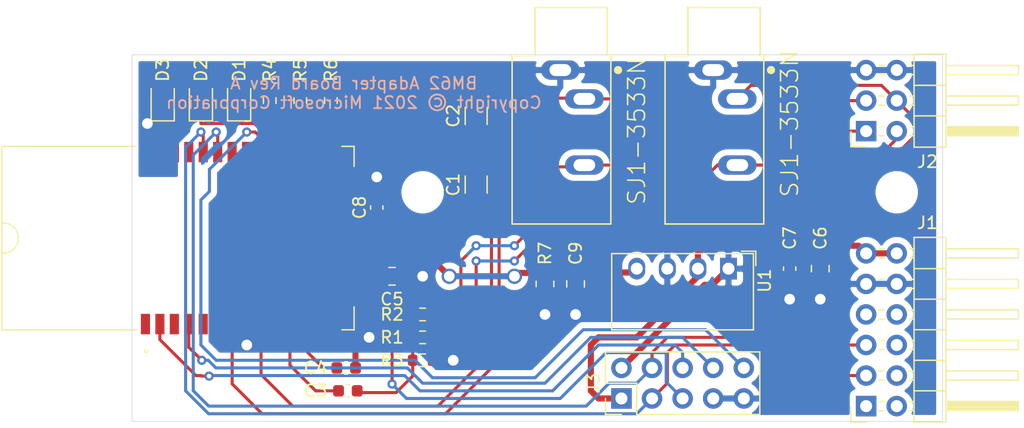
<source format=kicad_pcb>
(kicad_pcb (version 20171130) (host pcbnew "(5.1.8)-1")

  (general
    (thickness 1.6)
    (drawings 5)
    (tracks 245)
    (zones 0)
    (modules 28)
    (nets 51)
  )

  (page A4)
  (layers
    (0 F.Cu signal)
    (31 B.Cu signal hide)
    (32 B.Adhes user)
    (33 F.Adhes user)
    (34 B.Paste user)
    (35 F.Paste user)
    (36 B.SilkS user)
    (37 F.SilkS user)
    (38 B.Mask user)
    (39 F.Mask user)
    (40 Dwgs.User user)
    (41 Cmts.User user)
    (42 Eco1.User user)
    (43 Eco2.User user)
    (44 Edge.Cuts user)
    (45 Margin user)
    (46 B.CrtYd user)
    (47 F.CrtYd user)
    (48 B.Fab user)
    (49 F.Fab user)
  )

  (setup
    (last_trace_width 0.254)
    (user_trace_width 0.254)
    (user_trace_width 0.381)
    (user_trace_width 0.508)
    (trace_clearance 0.2)
    (zone_clearance 0.508)
    (zone_45_only no)
    (trace_min 0.1524)
    (via_size 0.8)
    (via_drill 0.4)
    (via_min_size 0.508)
    (via_min_drill 0.3)
    (user_via 0.762 0.381)
    (user_via 1.016 0.635)
    (user_via 1.27 0.889)
    (uvia_size 0.3)
    (uvia_drill 0.1)
    (uvias_allowed no)
    (uvia_min_size 0.2)
    (uvia_min_drill 0.1)
    (edge_width 0.05)
    (segment_width 0.2)
    (pcb_text_width 0.3)
    (pcb_text_size 1.5 1.5)
    (mod_edge_width 0.12)
    (mod_text_size 1 1)
    (mod_text_width 0.15)
    (pad_size 1.524 1.524)
    (pad_drill 0.762)
    (pad_to_mask_clearance 0.0508)
    (solder_mask_min_width 0.1016)
    (aux_axis_origin 0 0)
    (visible_elements FFFFFF7F)
    (pcbplotparams
      (layerselection 0x010fc_ffffffff)
      (usegerberextensions false)
      (usegerberattributes true)
      (usegerberadvancedattributes true)
      (creategerberjobfile true)
      (excludeedgelayer true)
      (linewidth 0.100000)
      (plotframeref false)
      (viasonmask false)
      (mode 1)
      (useauxorigin false)
      (hpglpennumber 1)
      (hpglpenspeed 20)
      (hpglpendiameter 15.000000)
      (psnegative false)
      (psa4output false)
      (plotreference true)
      (plotvalue true)
      (plotinvisibletext false)
      (padsonsilk false)
      (subtractmaskfromsilk false)
      (outputformat 1)
      (mirror false)
      (drillshape 1)
      (scaleselection 1)
      (outputdirectory ""))
  )

  (net 0 "")
  (net 1 SPKR)
  (net 2 SPKR_R)
  (net 3 SPKL)
  (net 4 SPKR_L)
  (net 5 "Net-(C3-Pad2)")
  (net 6 "Net-(C3-Pad1)")
  (net 7 GND)
  (net 8 "Net-(C4-Pad1)")
  (net 9 VDD_IO)
  (net 10 +3V3)
  (net 11 +5V)
  (net 12 "Net-(D1-Pad2)")
  (net 13 "Net-(D1-Pad1)")
  (net 14 "Net-(D2-Pad2)")
  (net 15 "Net-(D2-Pad1)")
  (net 16 "Net-(D3-Pad2)")
  (net 17 "Net-(J1-Pad8)")
  (net 18 "Net-(J1-Pad7)")
  (net 19 "Net-(J1-Pad6)")
  (net 20 UART_TX)
  (net 21 "Net-(J1-Pad4)")
  (net 22 UART_RX)
  (net 23 "Net-(J1-Pad2)")
  (net 24 "Net-(J1-Pad1)")
  (net 25 LINEIN_L)
  (net 26 LINEIN_R)
  (net 27 P2_4)
  (net 28 P2_0)
  (net 29 EAN)
  (net 30 "Net-(MOD1-Pad21)")
  (net 31 "Net-(MOD1-Pad18)")
  (net 32 "Net-(MOD1-Pad17)")
  (net 33 "Net-(MOD1-Pad16)")
  (net 34 "Net-(MOD1-Pad15)")
  (net 35 "Net-(MOD1-Pad22)")
  (net 36 "Net-(MOD1-Pad36)")
  (net 37 "Net-(MOD1-Pad35)")
  (net 38 "Net-(MOD1-Pad34)")
  (net 39 "Net-(MOD1-Pad31)")
  (net 40 "Net-(MOD1-Pad30)")
  (net 41 "Net-(MOD1-Pad26)")
  (net 42 "Net-(MOD1-Pad25)")
  (net 43 "Net-(MOD1-Pad24)")
  (net 44 "Net-(MOD1-Pad14)")
  (net 45 "Net-(MOD1-Pad13)")
  (net 46 "Net-(MOD1-Pad10)")
  (net 47 "Net-(MOD1-Pad6)")
  (net 48 "Net-(MOD1-Pad5)")
  (net 49 "Net-(MOD1-Pad3)")
  (net 50 "Net-(MOD1-Pad1)")

  (net_class Default "This is the default net class."
    (clearance 0.2)
    (trace_width 0.25)
    (via_dia 0.8)
    (via_drill 0.4)
    (uvia_dia 0.3)
    (uvia_drill 0.1)
    (add_net +3V3)
    (add_net +5V)
    (add_net EAN)
    (add_net GND)
    (add_net LINEIN_L)
    (add_net LINEIN_R)
    (add_net "Net-(C3-Pad1)")
    (add_net "Net-(C3-Pad2)")
    (add_net "Net-(C4-Pad1)")
    (add_net "Net-(D1-Pad1)")
    (add_net "Net-(D1-Pad2)")
    (add_net "Net-(D2-Pad1)")
    (add_net "Net-(D2-Pad2)")
    (add_net "Net-(D3-Pad2)")
    (add_net "Net-(J1-Pad1)")
    (add_net "Net-(J1-Pad2)")
    (add_net "Net-(J1-Pad4)")
    (add_net "Net-(J1-Pad6)")
    (add_net "Net-(J1-Pad7)")
    (add_net "Net-(J1-Pad8)")
    (add_net "Net-(MOD1-Pad1)")
    (add_net "Net-(MOD1-Pad10)")
    (add_net "Net-(MOD1-Pad13)")
    (add_net "Net-(MOD1-Pad14)")
    (add_net "Net-(MOD1-Pad15)")
    (add_net "Net-(MOD1-Pad16)")
    (add_net "Net-(MOD1-Pad17)")
    (add_net "Net-(MOD1-Pad18)")
    (add_net "Net-(MOD1-Pad21)")
    (add_net "Net-(MOD1-Pad22)")
    (add_net "Net-(MOD1-Pad24)")
    (add_net "Net-(MOD1-Pad25)")
    (add_net "Net-(MOD1-Pad26)")
    (add_net "Net-(MOD1-Pad3)")
    (add_net "Net-(MOD1-Pad30)")
    (add_net "Net-(MOD1-Pad31)")
    (add_net "Net-(MOD1-Pad34)")
    (add_net "Net-(MOD1-Pad35)")
    (add_net "Net-(MOD1-Pad36)")
    (add_net "Net-(MOD1-Pad5)")
    (add_net "Net-(MOD1-Pad6)")
    (add_net P2_0)
    (add_net P2_4)
    (add_net SPKL)
    (add_net SPKR)
    (add_net SPKR_L)
    (add_net SPKR_R)
    (add_net UART_RX)
    (add_net UART_TX)
    (add_net VDD_IO)
  )

  (module BM62Adapter:PinHeader_2x05_P2.54mm_Vertical (layer F.Cu) (tedit 618C188C) (tstamp 618B58AC)
    (at 170.18 128.905 90)
    (descr "Through hole straight pin header, 2x05, 2.54mm pitch, double rows")
    (tags "Through hole pin header THT 2x05 2.54mm double row")
    (path /61A7A216)
    (fp_text reference J3 (at 1.27 -2.33 90) (layer F.SilkS)
      (effects (font (size 1 1) (thickness 0.15)))
    )
    (fp_text value Conn_02x05_Odd_Even (at 1.27 12.49 90) (layer F.Fab) hide
      (effects (font (size 1 1) (thickness 0.15)))
    )
    (fp_text user %R (at 1.27 5.08) (layer F.Fab) hide
      (effects (font (size 1 1) (thickness 0.15)))
    )
    (fp_line (start 4.35 -1.8) (end -1.8 -1.8) (layer F.CrtYd) (width 0.05))
    (fp_line (start 4.35 11.95) (end 4.35 -1.8) (layer F.CrtYd) (width 0.05))
    (fp_line (start -1.8 11.95) (end 4.35 11.95) (layer F.CrtYd) (width 0.05))
    (fp_line (start -1.8 -1.8) (end -1.8 11.95) (layer F.CrtYd) (width 0.05))
    (fp_line (start -1.33 -1.33) (end 0 -1.33) (layer F.SilkS) (width 0.12))
    (fp_line (start -1.33 0) (end -1.33 -1.33) (layer F.SilkS) (width 0.12))
    (fp_line (start 1.27 -1.33) (end 3.87 -1.33) (layer F.SilkS) (width 0.12))
    (fp_line (start 1.27 1.27) (end 1.27 -1.33) (layer F.SilkS) (width 0.12))
    (fp_line (start -1.33 1.27) (end 1.27 1.27) (layer F.SilkS) (width 0.12))
    (fp_line (start 3.87 -1.33) (end 3.87 11.49) (layer F.SilkS) (width 0.12))
    (fp_line (start -1.33 1.27) (end -1.33 11.49) (layer F.SilkS) (width 0.12))
    (fp_line (start -1.33 11.49) (end 3.87 11.49) (layer F.SilkS) (width 0.12))
    (fp_line (start -1.27 0) (end 0 -1.27) (layer F.Fab) (width 0.1))
    (fp_line (start -1.27 11.43) (end -1.27 0) (layer F.Fab) (width 0.1))
    (fp_line (start 3.81 11.43) (end -1.27 11.43) (layer F.Fab) (width 0.1))
    (fp_line (start 3.81 -1.27) (end 3.81 11.43) (layer F.Fab) (width 0.1))
    (fp_line (start 0 -1.27) (end 3.81 -1.27) (layer F.Fab) (width 0.1))
    (pad 1 thru_hole rect (at 0 0 90) (size 1.7 1.7) (drill 1) (layers *.Cu *.Mask)
      (net 10 +3V3))
    (pad 2 thru_hole oval (at 2.54 0 90) (size 1.7 1.7) (drill 1) (layers *.Cu *.Mask)
      (net 7 GND))
    (pad 3 thru_hole oval (at 0 2.54 90) (size 1.7 1.7) (drill 1) (layers *.Cu *.Mask)
      (net 22 UART_RX))
    (pad 4 thru_hole oval (at 2.54 2.54 90) (size 1.7 1.7) (drill 1) (layers *.Cu *.Mask)
      (net 20 UART_TX))
    (pad 5 thru_hole oval (at 0 5.08 90) (size 1.7 1.7) (drill 1) (layers *.Cu *.Mask)
      (net 9 VDD_IO))
    (pad 6 thru_hole oval (at 2.54 5.08 90) (size 1.7 1.7) (drill 1) (layers *.Cu *.Mask)
      (net 29 EAN))
    (pad 7 thru_hole oval (at 0 7.62 90) (size 1.7 1.7) (drill 1) (layers *.Cu *.Mask)
      (net 7 GND))
    (pad 8 thru_hole oval (at 2.54 7.62 90) (size 1.7 1.7) (drill 1) (layers *.Cu *.Mask)
      (net 28 P2_0))
    (pad 9 thru_hole oval (at 0 10.16 90) (size 1.7 1.7) (drill 1) (layers *.Cu *.Mask)
      (net 7 GND))
    (pad 10 thru_hole oval (at 2.54 10.16 90) (size 1.7 1.7) (drill 1) (layers *.Cu *.Mask)
      (net 27 P2_4))
  )

  (module BM62Adapter:MountingHole_2.5mm (layer F.Cu) (tedit 618C12DB) (tstamp 618C2C49)
    (at 153.67 111.76)
    (descr "Mounting Hole 2.5mm, no annular")
    (tags "mounting hole 2.5mm no annular")
    (path /61BBCD1E)
    (attr virtual)
    (fp_text reference H2 (at 0 -3.5) (layer F.SilkS) hide
      (effects (font (size 1 1) (thickness 0.15)))
    )
    (fp_text value MountingHole (at 0 3.5) (layer F.Fab) hide
      (effects (font (size 1 1) (thickness 0.15)))
    )
    (fp_text user %R (at 0.3 0) (layer F.Fab) hide
      (effects (font (size 1 1) (thickness 0.15)))
    )
    (fp_circle (center 0 0) (end 2.1 0) (layer F.CrtYd) (width 0.05))
    (fp_circle (center 0 0) (end 2 0) (layer Cmts.User) (width 0.15))
    (pad 1 np_thru_hole circle (at 0 0) (size 2.5 2.5) (drill 2.5) (layers *.Cu *.Mask))
  )

  (module BM62Adapter:MountingHole_2.5mm (layer F.Cu) (tedit 618C12DB) (tstamp 618C2C41)
    (at 193.04 111.76)
    (descr "Mounting Hole 2.5mm, no annular")
    (tags "mounting hole 2.5mm no annular")
    (path /61BBCADC)
    (attr virtual)
    (fp_text reference H1 (at 0 -3.5) (layer F.SilkS) hide
      (effects (font (size 1 1) (thickness 0.15)))
    )
    (fp_text value MountingHole (at 0 3.5) (layer F.Fab) hide
      (effects (font (size 1 1) (thickness 0.15)))
    )
    (fp_text user %R (at 0.3 0) (layer F.Fab) hide
      (effects (font (size 1 1) (thickness 0.15)))
    )
    (fp_circle (center 0 0) (end 2.1 0) (layer F.CrtYd) (width 0.05))
    (fp_circle (center 0 0) (end 2 0) (layer Cmts.User) (width 0.15))
    (pad 1 np_thru_hole circle (at 0 0) (size 2.5 2.5) (drill 2.5) (layers *.Cu *.Mask))
  )

  (module BM62Adapter:BM62SPKS1MC2-0001AA (layer F.Cu) (tedit 618B737C) (tstamp 618B5951)
    (at 133.35 115.57 90)
    (path /6181EA5B)
    (fp_text reference MOD1 (at 0 0 90) (layer F.SilkS) hide
      (effects (font (size 1 1) (thickness 0.15)))
    )
    (fp_text value BM62 (at 0 0 90) (layer F.SilkS) hide
      (effects (font (size 1 1) (thickness 0.15)))
    )
    (fp_arc (start 0 -14.499997) (end -0.3048 -14.499997) (angle -180) (layer F.Fab) (width 0.1))
    (fp_arc (start 0 -14.499997) (end -1.25 -14.499997) (angle -180) (layer F.SilkS) (width 0.12))
    (fp_text user * (at 0 0 90) (layer F.Fab) hide
      (effects (font (size 1 1) (thickness 0.15)))
    )
    (fp_text user * (at 0 0 90) (layer F.SilkS) hide
      (effects (font (size 1 1) (thickness 0.15)))
    )
    (fp_text user "Copyright 2021 Accelerated Designs. All rights reserved." (at 0 0 90) (layer Cmts.User) hide
      (effects (font (size 0.127 0.127) (thickness 0.002)))
    )
    (fp_circle (center -6.3 -2.700013) (end -6.2238 -2.700013) (layer F.Fab) (width 0.1))
    (fp_circle (center -9.3726 -2.6416) (end -9.2456 -2.6416) (layer F.SilkS) (width 0.12))
    (fp_line (start -5.639006 15.253985) (end 5.879005 15.253985) (layer F.CrtYd) (width 0.05))
    (fp_line (start -5.639006 14.753997) (end -5.639006 15.253985) (layer F.CrtYd) (width 0.05))
    (fp_line (start -7.754 14.753997) (end -5.639006 14.753997) (layer F.CrtYd) (width 0.05))
    (fp_line (start -7.754 13.533987) (end -7.754 14.753997) (layer F.CrtYd) (width 0.05))
    (fp_line (start -8.254001 13.533987) (end -7.754 13.533987) (layer F.CrtYd) (width 0.05))
    (fp_line (start -8.254001 -3.334012) (end -8.254001 13.533987) (layer F.CrtYd) (width 0.05))
    (fp_line (start -7.754 -3.334012) (end -8.254001 -3.334012) (layer F.CrtYd) (width 0.05))
    (fp_line (start -7.754 -14.753997) (end -7.754 -3.334012) (layer F.CrtYd) (width 0.05))
    (fp_line (start 7.754 -14.753997) (end -7.754 -14.753997) (layer F.CrtYd) (width 0.05))
    (fp_line (start 7.754 -3.334012) (end 7.754 -14.753997) (layer F.CrtYd) (width 0.05))
    (fp_line (start 8.254001 -3.334012) (end 7.754 -3.334012) (layer F.CrtYd) (width 0.05))
    (fp_line (start 8.254001 13.533987) (end 8.254001 -3.334012) (layer F.CrtYd) (width 0.05))
    (fp_line (start 7.754 13.533987) (end 8.254001 13.533987) (layer F.CrtYd) (width 0.05))
    (fp_line (start 7.754 14.753997) (end 7.754 13.533987) (layer F.CrtYd) (width 0.05))
    (fp_line (start 5.879005 14.753997) (end 7.754 14.753997) (layer F.CrtYd) (width 0.05))
    (fp_line (start 5.879005 15.253985) (end 5.879005 14.753997) (layer F.CrtYd) (width 0.05))
    (fp_line (start -7.5 -14.499997) (end -7.5 14.499997) (layer F.Fab) (width 0.1))
    (fp_line (start 7.5 -14.499997) (end -7.5 -14.499997) (layer F.Fab) (width 0.1))
    (fp_line (start 7.5 14.499997) (end 7.5 -14.499997) (layer F.Fab) (width 0.1))
    (fp_line (start -7.5 14.499997) (end 7.5 14.499997) (layer F.Fab) (width 0.1))
    (fp_line (start -5.717746 14.626997) (end -7.627 14.626997) (layer F.SilkS) (width 0.12))
    (fp_line (start 7.627 13.612727) (end 7.627 14.626997) (layer F.SilkS) (width 0.12))
    (fp_line (start -7.627 -3.412752) (end -7.627 -14.626997) (layer F.SilkS) (width 0.12))
    (fp_line (start -7.627 -14.626997) (end 7.627 -14.626997) (layer F.SilkS) (width 0.12))
    (fp_line (start -7.627 14.626997) (end -7.627 13.612727) (layer F.SilkS) (width 0.12))
    (fp_line (start 7.627 14.626997) (end 5.957745 14.626997) (layer F.SilkS) (width 0.12))
    (fp_line (start 7.627 -14.626997) (end 7.627 -3.412752) (layer F.SilkS) (width 0.12))
    (pad 21 smd rect (at 2.659999 14.149987 90) (size 0.850011 1.699997) (layers F.Cu F.Paste F.Mask)
      (net 30 "Net-(MOD1-Pad21)"))
    (pad 20 smd rect (at 1.389999 14.149987 90) (size 0.850011 1.699997) (layers F.Cu F.Paste F.Mask)
      (net 11 +5V))
    (pad 19 smd rect (at 0.119999 14.149987 90) (size 0.850011 1.699997) (layers F.Cu F.Paste F.Mask)
      (net 9 VDD_IO))
    (pad 18 smd rect (at -1.150001 14.149987 90) (size 0.850011 1.699997) (layers F.Cu F.Paste F.Mask)
      (net 31 "Net-(MOD1-Pad18)"))
    (pad 17 smd rect (at -2.420001 14.149987 90) (size 0.850011 1.699997) (layers F.Cu F.Paste F.Mask)
      (net 32 "Net-(MOD1-Pad17)"))
    (pad 16 smd rect (at -3.690001 14.149987 90) (size 0.850011 1.699997) (layers F.Cu F.Paste F.Mask)
      (net 33 "Net-(MOD1-Pad16)"))
    (pad 15 smd rect (at -4.960001 14.149987 90) (size 0.850011 1.699997) (layers F.Cu F.Paste F.Mask)
      (net 34 "Net-(MOD1-Pad15)"))
    (pad 23 smd rect (at 5.199999 14.149987 90) (size 0.850011 1.699997) (layers F.Cu F.Paste F.Mask)
      (net 7 GND))
    (pad 22 smd rect (at 3.929999 14.149987 90) (size 0.850011 1.699997) (layers F.Cu F.Paste F.Mask)
      (net 35 "Net-(MOD1-Pad22)"))
    (pad 37 smd rect (at 7.150001 -2.700012 90) (size 1.7 0.76) (layers F.Cu F.Paste F.Mask)
      (net 7 GND))
    (pad 36 smd rect (at 7.150001 -1.500012 90) (size 1.7 0.76) (layers F.Cu F.Paste F.Mask)
      (net 36 "Net-(MOD1-Pad36)"))
    (pad 35 smd rect (at 7.150001 -0.300012 90) (size 1.7 0.76) (layers F.Cu F.Paste F.Mask)
      (net 37 "Net-(MOD1-Pad35)"))
    (pad 34 smd rect (at 7.150001 0.899988 90) (size 1.7 0.76) (layers F.Cu F.Paste F.Mask)
      (net 38 "Net-(MOD1-Pad34)"))
    (pad 33 smd rect (at 7.150001 2.099988 90) (size 1.7 0.76) (layers F.Cu F.Paste F.Mask)
      (net 22 UART_RX))
    (pad 32 smd rect (at 7.150001 3.299988 90) (size 1.7 0.76) (layers F.Cu F.Paste F.Mask)
      (net 20 UART_TX))
    (pad 31 smd rect (at 7.150001 4.499988 90) (size 1.7 0.76) (layers F.Cu F.Paste F.Mask)
      (net 39 "Net-(MOD1-Pad31)"))
    (pad 30 smd rect (at 7.150001 5.699989 90) (size 1.7 0.76) (layers F.Cu F.Paste F.Mask)
      (net 40 "Net-(MOD1-Pad30)"))
    (pad 29 smd rect (at 7.150001 6.899989 90) (size 1.7 0.76) (layers F.Cu F.Paste F.Mask)
      (net 27 P2_4))
    (pad 28 smd rect (at 7.150001 8.099986 90) (size 1.7 0.76) (layers F.Cu F.Paste F.Mask)
      (net 15 "Net-(D2-Pad1)"))
    (pad 27 smd rect (at 7.150001 9.299986 90) (size 1.7 0.76) (layers F.Cu F.Paste F.Mask)
      (net 13 "Net-(D1-Pad1)"))
    (pad 26 smd rect (at 7.150001 10.499987 90) (size 1.7 0.76) (layers F.Cu F.Paste F.Mask)
      (net 41 "Net-(MOD1-Pad26)"))
    (pad 25 smd rect (at 7.150001 11.699987 90) (size 1.7 0.76) (layers F.Cu F.Paste F.Mask)
      (net 42 "Net-(MOD1-Pad25)"))
    (pad 24 smd rect (at 7.150001 12.899987 90) (size 1.7 0.76) (layers F.Cu F.Paste F.Mask)
      (net 43 "Net-(MOD1-Pad24)"))
    (pad 14 smd rect (at -7.150001 12.899987 90) (size 1.7 0.76) (layers F.Cu F.Paste F.Mask)
      (net 44 "Net-(MOD1-Pad14)"))
    (pad 13 smd rect (at -7.150001 11.699987 90) (size 1.7 0.76) (layers F.Cu F.Paste F.Mask)
      (net 45 "Net-(MOD1-Pad13)"))
    (pad 12 smd rect (at -7.150001 10.499987 90) (size 1.7 0.76) (layers F.Cu F.Paste F.Mask)
      (net 8 "Net-(C4-Pad1)"))
    (pad 11 smd rect (at -7.150001 9.299986 90) (size 1.7 0.76) (layers F.Cu F.Paste F.Mask)
      (net 6 "Net-(C3-Pad1)"))
    (pad 10 smd rect (at -7.150001 8.099986 90) (size 1.7 0.76) (layers F.Cu F.Paste F.Mask)
      (net 46 "Net-(MOD1-Pad10)"))
    (pad 9 smd rect (at -7.150001 6.899986 90) (size 1.7 0.76) (layers F.Cu F.Paste F.Mask)
      (net 3 SPKL))
    (pad 8 smd rect (at -7.150001 5.699986 90) (size 1.7 0.76) (layers F.Cu F.Paste F.Mask)
      (net 7 GND))
    (pad 7 smd rect (at -7.150001 4.499988 90) (size 1.7 0.76) (layers F.Cu F.Paste F.Mask)
      (net 1 SPKR))
    (pad 6 smd rect (at -7.150001 3.299988 90) (size 1.7 0.76) (layers F.Cu F.Paste F.Mask)
      (net 47 "Net-(MOD1-Pad6)"))
    (pad 5 smd rect (at -7.150001 2.099988 90) (size 1.7 0.76) (layers F.Cu F.Paste F.Mask)
      (net 48 "Net-(MOD1-Pad5)"))
    (pad 4 smd rect (at -7.150001 0.899988 90) (size 1.7 0.76) (layers F.Cu F.Paste F.Mask)
      (net 28 P2_0))
    (pad 3 smd rect (at -7.150001 -0.300012 90) (size 1.7 0.76) (layers F.Cu F.Paste F.Mask)
      (net 49 "Net-(MOD1-Pad3)"))
    (pad 2 smd rect (at -7.150001 -1.500012 90) (size 1.7 0.76) (layers F.Cu F.Paste F.Mask)
      (net 29 EAN))
    (pad 1 smd rect (at -7.150001 -2.700012 90) (size 1.7 0.76) (layers F.Cu F.Paste F.Mask)
      (net 50 "Net-(MOD1-Pad1)"))
    (model D:/MCCI/BM62Adapter/3d/BM62SPKA1MC2-0001AA--3DModel-STEP-56544.STEP
      (at (xyz 0 0 0))
      (scale (xyz 1 1 1))
      (rotate (xyz -90 0 0))
    )
  )

  (module BM62Adapter:CUI_SJ1-3533N (layer F.Cu) (tedit 618B71FB) (tstamp 618B5906)
    (at 177.8 101.6 270)
    (path /61956FBA)
    (fp_text reference J5 (at 11.43 -6.35 90) (layer F.SilkS) hide
      (effects (font (size 1.40184 1.40184) (thickness 0.05)))
    )
    (fp_text value SJ1-3533N (at 4.445 -6.35 90) (layer F.SilkS)
      (effects (font (size 1.40231 1.40231) (thickness 0.127)))
    )
    (fp_line (start -5.8 -0.9) (end 13.5 -0.9) (layer Eco2.User) (width 0.05))
    (fp_circle (center 0 -4.8) (end 0.17 -4.8) (layer F.SilkS) (width 0.34))
    (fp_line (start -1.5 -4.5) (end 13.1 -4.5) (layer Eco1.User) (width 0.05))
    (fp_line (start -1.5 -4.2) (end -1.5 -4.5) (layer Eco1.User) (width 0.05))
    (fp_line (start -5.5 -4.2) (end -1.5 -4.2) (layer Eco1.User) (width 0.05))
    (fp_line (start -5.5 2.4) (end -5.5 -4.2) (layer Eco1.User) (width 0.05))
    (fp_line (start -1.5 2.4) (end -5.5 2.4) (layer Eco1.User) (width 0.05))
    (fp_line (start -1.5 4.3) (end -1.5 2.4) (layer Eco1.User) (width 0.05))
    (fp_line (start 13.1 4.3) (end -1.5 4.3) (layer Eco1.User) (width 0.05))
    (fp_line (start 13.1 -4.5) (end 13.1 4.3) (layer Eco1.User) (width 0.05))
    (fp_line (start -1.2 -3.9) (end -1.2 -4.2) (layer F.SilkS) (width 0.127))
    (fp_line (start -5.2 -3.9) (end -1.2 -3.9) (layer F.SilkS) (width 0.127))
    (fp_line (start -5.2 2.1) (end -5.2 -3.9) (layer F.SilkS) (width 0.127))
    (fp_line (start -1.2 2.1) (end -5.2 2.1) (layer F.SilkS) (width 0.127))
    (fp_line (start -1.2 4) (end -1.2 2.1) (layer F.SilkS) (width 0.127))
    (fp_line (start 12.8 4) (end -1.2 4) (layer F.SilkS) (width 0.127))
    (fp_line (start 12.8 -4.2) (end 12.8 4) (layer F.SilkS) (width 0.127))
    (fp_line (start -1.2 -4.2) (end 12.8 -4.2) (layer F.SilkS) (width 0.127))
    (fp_line (start -1.2 -3.9) (end -1.2 -4.2) (layer Eco2.User) (width 0.127))
    (fp_line (start -5.2 -3.9) (end -1.2 -3.9) (layer Eco2.User) (width 0.127))
    (fp_line (start -5.2 2.1) (end -5.2 -3.9) (layer Eco2.User) (width 0.127))
    (fp_line (start -1.2 2.1) (end -5.2 2.1) (layer Eco2.User) (width 0.127))
    (fp_line (start -1.2 4) (end -1.2 2.1) (layer Eco2.User) (width 0.127))
    (fp_line (start 12.8 4) (end -1.2 4) (layer Eco2.User) (width 0.127))
    (fp_line (start 12.8 -4.2) (end 12.8 4) (layer Eco2.User) (width 0.127))
    (fp_line (start -1.2 -4.2) (end 12.8 -4.2) (layer Eco2.User) (width 0.127))
    (pad 3 thru_hole oval (at 7.9 -2) (size 3.2 1.6) (drill oval 1.8 1) (layers *.Cu *.Mask)
      (net 26 LINEIN_R))
    (pad 2 thru_hole oval (at 2.4 -2) (size 3.2 1.6) (drill oval 1.8 1) (layers *.Cu *.Mask)
      (net 25 LINEIN_L))
    (pad 1 thru_hole oval (at 0 0) (size 3.2 1.6) (drill oval 1.8 1) (layers *.Cu *.Mask)
      (net 7 GND))
    (model D:/MCCI/BM62Adapter/3d/CUI_DEVICES_SJ1-3533N.step
      (offset (xyz -5.1 1 7))
      (scale (xyz 1 1 1))
      (rotate (xyz 180 0 180))
    )
  )

  (module BM62Adapter:CUI_SJ1-3533N (layer F.Cu) (tedit 618B71FB) (tstamp 618B58D9)
    (at 165.1 101.6 270)
    (path /618670B8)
    (fp_text reference J4 (at 2.3591 -6.79794 90) (layer F.SilkS) hide
      (effects (font (size 1.40184 1.40184) (thickness 0.05)))
    )
    (fp_text value SJ1-3533N (at 5.08 -6.35 90) (layer F.SilkS)
      (effects (font (size 1.40231 1.40231) (thickness 0.127)))
    )
    (fp_line (start -5.8 -0.9) (end 13.5 -0.9) (layer Eco2.User) (width 0.05))
    (fp_circle (center 0 -4.8) (end 0.17 -4.8) (layer F.SilkS) (width 0.34))
    (fp_line (start -1.5 -4.5) (end 13.1 -4.5) (layer Eco1.User) (width 0.05))
    (fp_line (start -1.5 -4.2) (end -1.5 -4.5) (layer Eco1.User) (width 0.05))
    (fp_line (start -5.5 -4.2) (end -1.5 -4.2) (layer Eco1.User) (width 0.05))
    (fp_line (start -5.5 2.4) (end -5.5 -4.2) (layer Eco1.User) (width 0.05))
    (fp_line (start -1.5 2.4) (end -5.5 2.4) (layer Eco1.User) (width 0.05))
    (fp_line (start -1.5 4.3) (end -1.5 2.4) (layer Eco1.User) (width 0.05))
    (fp_line (start 13.1 4.3) (end -1.5 4.3) (layer Eco1.User) (width 0.05))
    (fp_line (start 13.1 -4.5) (end 13.1 4.3) (layer Eco1.User) (width 0.05))
    (fp_line (start -1.2 -3.9) (end -1.2 -4.2) (layer F.SilkS) (width 0.127))
    (fp_line (start -5.2 -3.9) (end -1.2 -3.9) (layer F.SilkS) (width 0.127))
    (fp_line (start -5.2 2.1) (end -5.2 -3.9) (layer F.SilkS) (width 0.127))
    (fp_line (start -1.2 2.1) (end -5.2 2.1) (layer F.SilkS) (width 0.127))
    (fp_line (start -1.2 4) (end -1.2 2.1) (layer F.SilkS) (width 0.127))
    (fp_line (start 12.8 4) (end -1.2 4) (layer F.SilkS) (width 0.127))
    (fp_line (start 12.8 -4.2) (end 12.8 4) (layer F.SilkS) (width 0.127))
    (fp_line (start -1.2 -4.2) (end 12.8 -4.2) (layer F.SilkS) (width 0.127))
    (fp_line (start -1.2 -3.9) (end -1.2 -4.2) (layer Eco2.User) (width 0.127))
    (fp_line (start -5.2 -3.9) (end -1.2 -3.9) (layer Eco2.User) (width 0.127))
    (fp_line (start -5.2 2.1) (end -5.2 -3.9) (layer Eco2.User) (width 0.127))
    (fp_line (start -1.2 2.1) (end -5.2 2.1) (layer Eco2.User) (width 0.127))
    (fp_line (start -1.2 4) (end -1.2 2.1) (layer Eco2.User) (width 0.127))
    (fp_line (start 12.8 4) (end -1.2 4) (layer Eco2.User) (width 0.127))
    (fp_line (start 12.8 -4.2) (end 12.8 4) (layer Eco2.User) (width 0.127))
    (fp_line (start -1.2 -4.2) (end 12.8 -4.2) (layer Eco2.User) (width 0.127))
    (pad 3 thru_hole oval (at 7.9 -2) (size 3.2 1.6) (drill oval 1.8 1) (layers *.Cu *.Mask)
      (net 2 SPKR_R))
    (pad 2 thru_hole oval (at 2.4 -2) (size 3.2 1.6) (drill oval 1.8 1) (layers *.Cu *.Mask)
      (net 4 SPKR_L))
    (pad 1 thru_hole oval (at 0 0) (size 3.2 1.6) (drill oval 1.8 1) (layers *.Cu *.Mask)
      (net 7 GND))
    (model D:/MCCI/BM62Adapter/3d/CUI_DEVICES_SJ1-3533N.step
      (offset (xyz -5.1 1 7))
      (scale (xyz 1 1 1))
      (rotate (xyz 180 0 180))
    )
  )

  (module BM62Adapter:Pin_Header_Angled_2x03_Pitch2.54mm (layer F.Cu) (tedit 5D3EA9E4) (tstamp 618B588C)
    (at 190.5 101.6)
    (descr "Through hole angled pin header, 2x03, 2.54mm pitch, 6mm pin length, double rows")
    (tags "Through hole angled pin header THT 2x03 2.54mm double row")
    (path /61821A7B)
    (fp_text reference J2 (at 5.08 7.62) (layer F.SilkS)
      (effects (font (size 1 1) (thickness 0.15)))
    )
    (fp_text value Conn_02x03_Odd_Even (at 5.655 7.35) (layer F.Fab) hide
      (effects (font (size 1 1) (thickness 0.15)))
    )
    (fp_text user %R (at 5.31 2.54 90) (layer F.Fab) hide
      (effects (font (size 1 1) (thickness 0.15)))
    )
    (fp_line (start 13.1 -1.8) (end -1.8 -1.8) (layer F.CrtYd) (width 0.05))
    (fp_line (start 13.1 6.85) (end 13.1 -1.8) (layer F.CrtYd) (width 0.05))
    (fp_line (start -1.8 6.85) (end 13.1 6.85) (layer F.CrtYd) (width 0.05))
    (fp_line (start -1.8 -1.8) (end -1.8 6.85) (layer F.CrtYd) (width 0.05))
    (fp_line (start -1.26492 6.3754) (end 0.00508 6.3754) (layer F.SilkS) (width 0.12))
    (fp_line (start -1.26492 6.39064) (end -1.26492 5.12064) (layer F.SilkS) (width 0.12))
    (fp_line (start 1.042929 5.46) (end 1.497071 5.46) (layer F.SilkS) (width 0.12))
    (fp_line (start 1.042929 4.7) (end 1.497071 4.7) (layer F.SilkS) (width 0.12))
    (fp_line (start 3.582929 5.46) (end 3.98 5.46) (layer F.SilkS) (width 0.12))
    (fp_line (start 3.582929 4.7) (end 3.98 4.7) (layer F.SilkS) (width 0.12))
    (fp_line (start 12.64 5.46) (end 6.64 5.46) (layer F.SilkS) (width 0.12))
    (fp_line (start 12.64 4.7) (end 12.64 5.46) (layer F.SilkS) (width 0.12))
    (fp_line (start 6.64 4.7) (end 12.64 4.7) (layer F.SilkS) (width 0.12))
    (fp_line (start 3.98 3.81) (end 6.64 3.81) (layer F.SilkS) (width 0.12))
    (fp_line (start 1.042929 2.92) (end 1.497071 2.92) (layer F.SilkS) (width 0.12))
    (fp_line (start 1.042929 2.16) (end 1.497071 2.16) (layer F.SilkS) (width 0.12))
    (fp_line (start 3.582929 2.92) (end 3.98 2.92) (layer F.SilkS) (width 0.12))
    (fp_line (start 3.582929 2.16) (end 3.98 2.16) (layer F.SilkS) (width 0.12))
    (fp_line (start 12.64 2.92) (end 6.64 2.92) (layer F.SilkS) (width 0.12))
    (fp_line (start 12.64 2.16) (end 12.64 2.92) (layer F.SilkS) (width 0.12))
    (fp_line (start 6.64 2.16) (end 12.64 2.16) (layer F.SilkS) (width 0.12))
    (fp_line (start 3.98 1.27) (end 6.64 1.27) (layer F.SilkS) (width 0.12))
    (fp_line (start 1.11 0.38) (end 1.497071 0.38) (layer F.SilkS) (width 0.12))
    (fp_line (start 1.11 -0.38) (end 1.497071 -0.38) (layer F.SilkS) (width 0.12))
    (fp_line (start 3.582929 0.38) (end 3.98 0.38) (layer F.SilkS) (width 0.12))
    (fp_line (start 3.582929 -0.38) (end 3.98 -0.38) (layer F.SilkS) (width 0.12))
    (fp_line (start 6.62432 5.23748) (end 12.62432 5.23748) (layer F.SilkS) (width 0.12))
    (fp_line (start 6.63956 5.01904) (end 12.63956 5.01904) (layer F.SilkS) (width 0.12))
    (fp_line (start 6.6294 4.8006) (end 12.6294 4.8006) (layer F.SilkS) (width 0.12))
    (fp_line (start 6.64464 4.91744) (end 12.64464 4.91744) (layer F.SilkS) (width 0.12))
    (fp_line (start 6.63956 5.11556) (end 12.63956 5.11556) (layer F.SilkS) (width 0.12))
    (fp_line (start 6.6294 5.34924) (end 12.6294 5.34924) (layer F.SilkS) (width 0.12))
    (fp_line (start 12.64 0.38) (end 6.64 0.38) (layer F.SilkS) (width 0.12))
    (fp_line (start 12.64 -0.38) (end 12.64 0.38) (layer F.SilkS) (width 0.12))
    (fp_line (start 6.64 -0.38) (end 12.64 -0.38) (layer F.SilkS) (width 0.12))
    (fp_line (start 6.64 -1.33) (end 3.98 -1.33) (layer F.SilkS) (width 0.12))
    (fp_line (start 6.64 6.41) (end 6.64 -1.33) (layer F.SilkS) (width 0.12))
    (fp_line (start 3.98 6.41) (end 6.64 6.41) (layer F.SilkS) (width 0.12))
    (fp_line (start 3.98 -1.33) (end 3.98 6.41) (layer F.SilkS) (width 0.12))
    (fp_line (start 6.58 5.4) (end 12.58 5.4) (layer F.Fab) (width 0.1))
    (fp_line (start 12.58 4.76) (end 12.58 5.4) (layer F.Fab) (width 0.1))
    (fp_line (start 6.58 4.76) (end 12.58 4.76) (layer F.Fab) (width 0.1))
    (fp_line (start -0.32 5.4) (end 4.04 5.4) (layer F.Fab) (width 0.1))
    (fp_line (start -0.32 4.76) (end -0.32 5.4) (layer F.Fab) (width 0.1))
    (fp_line (start -0.32 4.76) (end 4.04 4.76) (layer F.Fab) (width 0.1))
    (fp_line (start 6.58 2.86) (end 12.58 2.86) (layer F.Fab) (width 0.1))
    (fp_line (start 12.58 2.22) (end 12.58 2.86) (layer F.Fab) (width 0.1))
    (fp_line (start 6.58 2.22) (end 12.58 2.22) (layer F.Fab) (width 0.1))
    (fp_line (start -0.32 2.86) (end 4.04 2.86) (layer F.Fab) (width 0.1))
    (fp_line (start -0.32 2.22) (end -0.32 2.86) (layer F.Fab) (width 0.1))
    (fp_line (start -0.32 2.22) (end 4.04 2.22) (layer F.Fab) (width 0.1))
    (fp_line (start 6.58 0.32) (end 12.58 0.32) (layer F.Fab) (width 0.1))
    (fp_line (start 12.58 -0.32) (end 12.58 0.32) (layer F.Fab) (width 0.1))
    (fp_line (start 6.58 -0.32) (end 12.58 -0.32) (layer F.Fab) (width 0.1))
    (fp_line (start -0.32 0.32) (end 4.04 0.32) (layer F.Fab) (width 0.1))
    (fp_line (start -0.32 -0.32) (end -0.32 0.32) (layer F.Fab) (width 0.1))
    (fp_line (start -0.32 -0.32) (end 4.04 -0.32) (layer F.Fab) (width 0.1))
    (fp_line (start 4.04 -0.635) (end 4.675 -1.27) (layer F.Fab) (width 0.1))
    (fp_line (start 4.04 6.35) (end 4.04 -0.635) (layer F.Fab) (width 0.1))
    (fp_line (start 6.58 6.35) (end 4.04 6.35) (layer F.Fab) (width 0.1))
    (fp_line (start 6.58 -1.27) (end 6.58 6.35) (layer F.Fab) (width 0.1))
    (fp_line (start 4.675 -1.27) (end 6.58 -1.27) (layer F.Fab) (width 0.1))
    (pad 5 thru_hole oval (at 0 0) (size 1.7 1.7) (drill 1) (layers *.Cu *.Mask)
      (net 7 GND))
    (pad 6 thru_hole oval (at 2.54 0) (size 1.7 1.7) (drill 1) (layers *.Cu *.Mask)
      (net 7 GND))
    (pad 3 thru_hole oval (at 0 2.54) (size 1.7 1.7) (drill 1) (layers *.Cu *.Mask)
      (net 4 SPKR_L))
    (pad 4 thru_hole oval (at 2.54 2.54) (size 1.7 1.7) (drill 1) (layers *.Cu *.Mask)
      (net 25 LINEIN_L))
    (pad 1 thru_hole rect (at 0 5.08) (size 1.7 1.7) (drill 1) (layers *.Cu *.Mask)
      (net 2 SPKR_R))
    (pad 2 thru_hole oval (at 2.54 5.08) (size 1.7 1.7) (drill 1) (layers *.Cu *.Mask)
      (net 26 LINEIN_R))
    (model ${KISYS3DMOD}/Pin_Headers.3dshapes/Pin_Header_Angled_2x03_Pitch2.54mm.wrl
      (at (xyz 0 0 0))
      (scale (xyz 1 1 1))
      (rotate (xyz 0 0 0))
    )
    (model ${KISYS3DMOD}/Connector_PinHeader_2.54mm.3dshapes/PinHeader_2x03_P2.54mm_Horizontal.wrl
      (at (xyz 0 0 0))
      (scale (xyz 1 1 1))
      (rotate (xyz 0 0 0))
    )
  )

  (module BM62Adapter:Pin_Header_Angled_2x06_Pitch2.54mm (layer F.Cu) (tedit 5D3EA957) (tstamp 618B5843)
    (at 190.5 116.84)
    (descr "Through hole angled pin header, 2x06, 2.54mm pitch, 6mm pin length, double rows")
    (tags "Through hole angled pin header THT 2x06 2.54mm double row")
    (path /618210EB)
    (fp_text reference J1 (at 5.08 -2.54) (layer F.SilkS)
      (effects (font (size 1 1) (thickness 0.15)))
    )
    (fp_text value Conn_02x06_Odd_Even (at 5.655 14.97) (layer F.Fab) hide
      (effects (font (size 1 1) (thickness 0.15)))
    )
    (fp_text user %R (at 5.31 6.35 90) (layer F.Fab) hide
      (effects (font (size 1 1) (thickness 0.15)))
    )
    (fp_line (start 13.1 -1.8) (end -1.8 -1.8) (layer F.CrtYd) (width 0.05))
    (fp_line (start 13.1 14.5) (end 13.1 -1.8) (layer F.CrtYd) (width 0.05))
    (fp_line (start -1.8 14.5) (end 13.1 14.5) (layer F.CrtYd) (width 0.05))
    (fp_line (start -1.8 -1.8) (end -1.8 14.5) (layer F.CrtYd) (width 0.05))
    (fp_line (start -1.27 14.02588) (end 0 14.02588) (layer F.SilkS) (width 0.12))
    (fp_line (start -1.27 14.0208) (end -1.27 12.7508) (layer F.SilkS) (width 0.12))
    (fp_line (start 1.042929 13.08) (end 1.497071 13.08) (layer F.SilkS) (width 0.12))
    (fp_line (start 1.042929 12.32) (end 1.497071 12.32) (layer F.SilkS) (width 0.12))
    (fp_line (start 3.582929 13.08) (end 3.98 13.08) (layer F.SilkS) (width 0.12))
    (fp_line (start 3.582929 12.32) (end 3.98 12.32) (layer F.SilkS) (width 0.12))
    (fp_line (start 12.64 13.08) (end 6.64 13.08) (layer F.SilkS) (width 0.12))
    (fp_line (start 12.64 12.32) (end 12.64 13.08) (layer F.SilkS) (width 0.12))
    (fp_line (start 6.64 12.32) (end 12.64 12.32) (layer F.SilkS) (width 0.12))
    (fp_line (start 3.98 11.43) (end 6.64 11.43) (layer F.SilkS) (width 0.12))
    (fp_line (start 1.042929 10.54) (end 1.497071 10.54) (layer F.SilkS) (width 0.12))
    (fp_line (start 1.042929 9.78) (end 1.497071 9.78) (layer F.SilkS) (width 0.12))
    (fp_line (start 3.582929 10.54) (end 3.98 10.54) (layer F.SilkS) (width 0.12))
    (fp_line (start 3.582929 9.78) (end 3.98 9.78) (layer F.SilkS) (width 0.12))
    (fp_line (start 12.64 10.54) (end 6.64 10.54) (layer F.SilkS) (width 0.12))
    (fp_line (start 12.64 9.78) (end 12.64 10.54) (layer F.SilkS) (width 0.12))
    (fp_line (start 6.64 9.78) (end 12.64 9.78) (layer F.SilkS) (width 0.12))
    (fp_line (start 3.98 8.89) (end 6.64 8.89) (layer F.SilkS) (width 0.12))
    (fp_line (start 1.042929 8) (end 1.497071 8) (layer F.SilkS) (width 0.12))
    (fp_line (start 1.042929 7.24) (end 1.497071 7.24) (layer F.SilkS) (width 0.12))
    (fp_line (start 3.582929 8) (end 3.98 8) (layer F.SilkS) (width 0.12))
    (fp_line (start 3.582929 7.24) (end 3.98 7.24) (layer F.SilkS) (width 0.12))
    (fp_line (start 12.64 8) (end 6.64 8) (layer F.SilkS) (width 0.12))
    (fp_line (start 12.64 7.24) (end 12.64 8) (layer F.SilkS) (width 0.12))
    (fp_line (start 6.64 7.24) (end 12.64 7.24) (layer F.SilkS) (width 0.12))
    (fp_line (start 3.98 6.35) (end 6.64 6.35) (layer F.SilkS) (width 0.12))
    (fp_line (start 1.042929 5.46) (end 1.497071 5.46) (layer F.SilkS) (width 0.12))
    (fp_line (start 1.042929 4.7) (end 1.497071 4.7) (layer F.SilkS) (width 0.12))
    (fp_line (start 3.582929 5.46) (end 3.98 5.46) (layer F.SilkS) (width 0.12))
    (fp_line (start 3.582929 4.7) (end 3.98 4.7) (layer F.SilkS) (width 0.12))
    (fp_line (start 12.64 5.46) (end 6.64 5.46) (layer F.SilkS) (width 0.12))
    (fp_line (start 12.64 4.7) (end 12.64 5.46) (layer F.SilkS) (width 0.12))
    (fp_line (start 6.64 4.7) (end 12.64 4.7) (layer F.SilkS) (width 0.12))
    (fp_line (start 3.98 3.81) (end 6.64 3.81) (layer F.SilkS) (width 0.12))
    (fp_line (start 1.042929 2.92) (end 1.497071 2.92) (layer F.SilkS) (width 0.12))
    (fp_line (start 1.042929 2.16) (end 1.497071 2.16) (layer F.SilkS) (width 0.12))
    (fp_line (start 3.582929 2.92) (end 3.98 2.92) (layer F.SilkS) (width 0.12))
    (fp_line (start 3.582929 2.16) (end 3.98 2.16) (layer F.SilkS) (width 0.12))
    (fp_line (start 12.64 2.92) (end 6.64 2.92) (layer F.SilkS) (width 0.12))
    (fp_line (start 12.64 2.16) (end 12.64 2.92) (layer F.SilkS) (width 0.12))
    (fp_line (start 6.64 2.16) (end 12.64 2.16) (layer F.SilkS) (width 0.12))
    (fp_line (start 3.98 1.27) (end 6.64 1.27) (layer F.SilkS) (width 0.12))
    (fp_line (start 1.11 0.38) (end 1.497071 0.38) (layer F.SilkS) (width 0.12))
    (fp_line (start 1.11 -0.38) (end 1.497071 -0.38) (layer F.SilkS) (width 0.12))
    (fp_line (start 3.582929 0.38) (end 3.98 0.38) (layer F.SilkS) (width 0.12))
    (fp_line (start 3.582929 -0.38) (end 3.98 -0.38) (layer F.SilkS) (width 0.12))
    (fp_line (start 6.63448 12.9794) (end 12.63448 12.9794) (layer F.SilkS) (width 0.12))
    (fp_line (start 6.62432 12.5476) (end 12.62432 12.5476) (layer F.SilkS) (width 0.12))
    (fp_line (start 6.62888 12.44092) (end 12.62888 12.44092) (layer F.SilkS) (width 0.12))
    (fp_line (start 6.6492 12.7762) (end 12.6492 12.7762) (layer F.SilkS) (width 0.12))
    (fp_line (start 6.64464 12.65936) (end 12.64464 12.65936) (layer F.SilkS) (width 0.12))
    (fp_line (start 12.64 0.38) (end 6.64 0.38) (layer F.SilkS) (width 0.12))
    (fp_line (start 12.64 -0.38) (end 12.64 0.38) (layer F.SilkS) (width 0.12))
    (fp_line (start 6.64 -0.38) (end 12.64 -0.38) (layer F.SilkS) (width 0.12))
    (fp_line (start 6.64 -1.33) (end 3.98 -1.33) (layer F.SilkS) (width 0.12))
    (fp_line (start 6.64 14.03) (end 6.64 -1.33) (layer F.SilkS) (width 0.12))
    (fp_line (start 3.98 14.03) (end 6.64 14.03) (layer F.SilkS) (width 0.12))
    (fp_line (start 3.98 -1.33) (end 3.98 14.03) (layer F.SilkS) (width 0.12))
    (fp_line (start 6.58 13.02) (end 12.58 13.02) (layer F.Fab) (width 0.1))
    (fp_line (start 12.58 12.38) (end 12.58 13.02) (layer F.Fab) (width 0.1))
    (fp_line (start 6.58 12.38) (end 12.58 12.38) (layer F.Fab) (width 0.1))
    (fp_line (start -0.32 13.02) (end 4.04 13.02) (layer F.Fab) (width 0.1))
    (fp_line (start -0.32 12.38) (end -0.32 13.02) (layer F.Fab) (width 0.1))
    (fp_line (start -0.32 12.38) (end 4.04 12.38) (layer F.Fab) (width 0.1))
    (fp_line (start 6.58 10.48) (end 12.58 10.48) (layer F.Fab) (width 0.1))
    (fp_line (start 12.58 9.84) (end 12.58 10.48) (layer F.Fab) (width 0.1))
    (fp_line (start 6.58 9.84) (end 12.58 9.84) (layer F.Fab) (width 0.1))
    (fp_line (start -0.32 10.48) (end 4.04 10.48) (layer F.Fab) (width 0.1))
    (fp_line (start -0.32 9.84) (end -0.32 10.48) (layer F.Fab) (width 0.1))
    (fp_line (start -0.32 9.84) (end 4.04 9.84) (layer F.Fab) (width 0.1))
    (fp_line (start 6.58 7.94) (end 12.58 7.94) (layer F.Fab) (width 0.1))
    (fp_line (start 12.58 7.3) (end 12.58 7.94) (layer F.Fab) (width 0.1))
    (fp_line (start 6.58 7.3) (end 12.58 7.3) (layer F.Fab) (width 0.1))
    (fp_line (start -0.32 7.94) (end 4.04 7.94) (layer F.Fab) (width 0.1))
    (fp_line (start -0.32 7.3) (end -0.32 7.94) (layer F.Fab) (width 0.1))
    (fp_line (start -0.32 7.3) (end 4.04 7.3) (layer F.Fab) (width 0.1))
    (fp_line (start 6.58 5.4) (end 12.58 5.4) (layer F.Fab) (width 0.1))
    (fp_line (start 12.58 4.76) (end 12.58 5.4) (layer F.Fab) (width 0.1))
    (fp_line (start 6.58 4.76) (end 12.58 4.76) (layer F.Fab) (width 0.1))
    (fp_line (start -0.32 5.4) (end 4.04 5.4) (layer F.Fab) (width 0.1))
    (fp_line (start -0.32 4.76) (end -0.32 5.4) (layer F.Fab) (width 0.1))
    (fp_line (start -0.32 4.76) (end 4.04 4.76) (layer F.Fab) (width 0.1))
    (fp_line (start 6.58 2.86) (end 12.58 2.86) (layer F.Fab) (width 0.1))
    (fp_line (start 12.58 2.22) (end 12.58 2.86) (layer F.Fab) (width 0.1))
    (fp_line (start 6.58 2.22) (end 12.58 2.22) (layer F.Fab) (width 0.1))
    (fp_line (start -0.32 2.86) (end 4.04 2.86) (layer F.Fab) (width 0.1))
    (fp_line (start -0.32 2.22) (end -0.32 2.86) (layer F.Fab) (width 0.1))
    (fp_line (start -0.32 2.22) (end 4.04 2.22) (layer F.Fab) (width 0.1))
    (fp_line (start 6.58 0.32) (end 12.58 0.32) (layer F.Fab) (width 0.1))
    (fp_line (start 12.58 -0.32) (end 12.58 0.32) (layer F.Fab) (width 0.1))
    (fp_line (start 6.58 -0.32) (end 12.58 -0.32) (layer F.Fab) (width 0.1))
    (fp_line (start -0.32 0.32) (end 4.04 0.32) (layer F.Fab) (width 0.1))
    (fp_line (start -0.32 -0.32) (end -0.32 0.32) (layer F.Fab) (width 0.1))
    (fp_line (start -0.32 -0.32) (end 4.04 -0.32) (layer F.Fab) (width 0.1))
    (fp_line (start 4.04 -0.635) (end 4.675 -1.27) (layer F.Fab) (width 0.1))
    (fp_line (start 4.04 13.97) (end 4.04 -0.635) (layer F.Fab) (width 0.1))
    (fp_line (start 6.58 13.97) (end 4.04 13.97) (layer F.Fab) (width 0.1))
    (fp_line (start 6.58 -1.27) (end 6.58 13.97) (layer F.Fab) (width 0.1))
    (fp_line (start 4.675 -1.27) (end 6.58 -1.27) (layer F.Fab) (width 0.1))
    (fp_line (start 6.63396 12.87272) (end 12.63396 12.87272) (layer F.SilkS) (width 0.12))
    (pad 11 thru_hole oval (at 0 0) (size 1.7 1.7) (drill 1) (layers *.Cu *.Mask)
      (net 10 +3V3))
    (pad 12 thru_hole oval (at 2.54 0) (size 1.7 1.7) (drill 1) (layers *.Cu *.Mask)
      (net 10 +3V3))
    (pad 9 thru_hole oval (at 0 2.54) (size 1.7 1.7) (drill 1) (layers *.Cu *.Mask)
      (net 7 GND))
    (pad 10 thru_hole oval (at 2.54 2.54) (size 1.7 1.7) (drill 1) (layers *.Cu *.Mask)
      (net 7 GND))
    (pad 7 thru_hole oval (at 0 5.08) (size 1.7 1.7) (drill 1) (layers *.Cu *.Mask)
      (net 18 "Net-(J1-Pad7)"))
    (pad 8 thru_hole oval (at 2.54 5.08) (size 1.7 1.7) (drill 1) (layers *.Cu *.Mask)
      (net 17 "Net-(J1-Pad8)"))
    (pad 5 thru_hole oval (at 0 7.62) (size 1.7 1.7) (drill 1) (layers *.Cu *.Mask)
      (net 20 UART_TX))
    (pad 6 thru_hole oval (at 2.54 7.62) (size 1.7 1.7) (drill 1) (layers *.Cu *.Mask)
      (net 19 "Net-(J1-Pad6)"))
    (pad 3 thru_hole oval (at 0 10.16) (size 1.7 1.7) (drill 1) (layers *.Cu *.Mask)
      (net 22 UART_RX))
    (pad 4 thru_hole oval (at 2.54 10.16) (size 1.7 1.7) (drill 1) (layers *.Cu *.Mask)
      (net 21 "Net-(J1-Pad4)"))
    (pad 1 thru_hole rect (at 0 12.7) (size 1.7 1.7) (drill 1) (layers *.Cu *.Mask)
      (net 24 "Net-(J1-Pad1)"))
    (pad 2 thru_hole oval (at 2.54 12.7) (size 1.7 1.7) (drill 1) (layers *.Cu *.Mask)
      (net 23 "Net-(J1-Pad2)"))
    (model ${KISYS3DMOD}/Pin_Headers.3dshapes/Pin_Header_Angled_2x06_Pitch2.54mm.wrl
      (at (xyz 0 0 0))
      (scale (xyz 1 1 1))
      (rotate (xyz 0 0 0))
    )
    (model ${KISYS3DMOD}/Connector_PinHeader_2.54mm.3dshapes/PinHeader_2x06_P2.54mm_Horizontal.wrl
      (at (xyz 0 0 0))
      (scale (xyz 1 1 1))
      (rotate (xyz 0 0 0))
    )
  )

  (module Converter_DCDC:Converter_DCDC_muRata_CRE1xxxxxx3C_THT (layer F.Cu) (tedit 59F5F4E9) (tstamp 618B59E0)
    (at 179.07 118.11 270)
    (descr "Isolated 1W single output DC/DC, http://power.murata.com/data/power/ncl/kdc_cre1.pdf")
    (tags "Isolated 1W single output DC/DC")
    (path /61825BA4)
    (fp_text reference U1 (at 1 -3 90) (layer F.SilkS)
      (effects (font (size 1 1) (thickness 0.15)))
    )
    (fp_text value CME0305S3C (at 2 11 270) (layer F.Fab) hide
      (effects (font (size 1 1) (thickness 0.15)))
    )
    (fp_text user %R (at 3 4) (layer F.Fab) hide
      (effects (font (size 1 1) (thickness 0.15)))
    )
    (fp_line (start 5.09 -2.07) (end 5.09 9.7) (layer F.SilkS) (width 0.12))
    (fp_line (start 5.09 -2.07) (end -1.25 -2.07) (layer F.SilkS) (width 0.12))
    (fp_line (start -1.25 -2.07) (end -1.25 9.7) (layer F.SilkS) (width 0.12))
    (fp_line (start 5.09 9.7) (end -1.25 9.7) (layer F.SilkS) (width 0.12))
    (fp_line (start 4.97 -1.95) (end 4.97 9.58) (layer F.Fab) (width 0.1))
    (fp_line (start -0.13 -1.95) (end -1.13 -0.95) (layer F.Fab) (width 0.1))
    (fp_line (start -0.13 -1.95) (end 4.97 -1.95) (layer F.Fab) (width 0.1))
    (fp_line (start -1.13 -0.95) (end -1.13 9.58) (layer F.Fab) (width 0.1))
    (fp_line (start -1.13 9.58) (end 4.97 9.58) (layer F.Fab) (width 0.1))
    (fp_line (start 5.22 -2.2) (end 5.22 9.83) (layer F.CrtYd) (width 0.05))
    (fp_line (start 5.22 -2.2) (end -1.38 -2.2) (layer F.CrtYd) (width 0.05))
    (fp_line (start -1.38 -2.2) (end -1.38 9.83) (layer F.CrtYd) (width 0.05))
    (fp_line (start 5.22 9.83) (end -1.38 9.83) (layer F.CrtYd) (width 0.05))
    (fp_line (start -0.25 -2.27) (end -1.45 -2.27) (layer F.SilkS) (width 0.12))
    (fp_line (start -1.45 -2.27) (end -1.45 -1.07) (layer F.SilkS) (width 0.12))
    (pad 1 thru_hole rect (at 0 0 180) (size 1.4 1.8) (drill 1) (layers *.Cu *.Mask)
      (net 7 GND))
    (pad 2 thru_hole oval (at 0 2.54 180) (size 1.4 1.8) (drill 1) (layers *.Cu *.Mask)
      (net 10 +3V3))
    (pad 3 thru_hole oval (at 0 5.08 180) (size 1.4 1.8) (drill 1) (layers *.Cu *.Mask)
      (net 7 GND))
    (pad 4 thru_hole oval (at 0 7.62 180) (size 1.4 1.8) (drill 1) (layers *.Cu *.Mask)
      (net 11 +5V))
    (model ${KISYS3DMOD}/Converter_DCDC.3dshapes/Converter_DCDC_muRata_CRE1xxxxxx3C_THT.wrl
      (at (xyz 0 0 0))
      (scale (xyz 1 1 1))
      (rotate (xyz 0 0 0))
    )
  )

  (module Resistor_SMD:R_0805_2012Metric (layer F.Cu) (tedit 5F68FEEE) (tstamp 618B59C8)
    (at 163.83 119.38 270)
    (descr "Resistor SMD 0805 (2012 Metric), square (rectangular) end terminal, IPC_7351 nominal, (Body size source: IPC-SM-782 page 72, https://www.pcb-3d.com/wordpress/wp-content/uploads/ipc-sm-782a_amendment_1_and_2.pdf), generated with kicad-footprint-generator")
    (tags resistor)
    (path /61A6267F)
    (attr smd)
    (fp_text reference R7 (at -2.54 0 90) (layer F.SilkS)
      (effects (font (size 1 1) (thickness 0.15)))
    )
    (fp_text value 470 (at 0 1.65 90) (layer F.Fab) hide
      (effects (font (size 1 1) (thickness 0.15)))
    )
    (fp_text user %R (at 0 0 90) (layer F.Fab) hide
      (effects (font (size 0.5 0.5) (thickness 0.08)))
    )
    (fp_line (start -1 0.625) (end -1 -0.625) (layer F.Fab) (width 0.1))
    (fp_line (start -1 -0.625) (end 1 -0.625) (layer F.Fab) (width 0.1))
    (fp_line (start 1 -0.625) (end 1 0.625) (layer F.Fab) (width 0.1))
    (fp_line (start 1 0.625) (end -1 0.625) (layer F.Fab) (width 0.1))
    (fp_line (start -0.227064 -0.735) (end 0.227064 -0.735) (layer F.SilkS) (width 0.12))
    (fp_line (start -0.227064 0.735) (end 0.227064 0.735) (layer F.SilkS) (width 0.12))
    (fp_line (start -1.68 0.95) (end -1.68 -0.95) (layer F.CrtYd) (width 0.05))
    (fp_line (start -1.68 -0.95) (end 1.68 -0.95) (layer F.CrtYd) (width 0.05))
    (fp_line (start 1.68 -0.95) (end 1.68 0.95) (layer F.CrtYd) (width 0.05))
    (fp_line (start 1.68 0.95) (end -1.68 0.95) (layer F.CrtYd) (width 0.05))
    (pad 2 smd roundrect (at 0.9125 0 270) (size 1.025 1.4) (layers F.Cu F.Paste F.Mask) (roundrect_rratio 0.243902)
      (net 7 GND))
    (pad 1 smd roundrect (at -0.9125 0 270) (size 1.025 1.4) (layers F.Cu F.Paste F.Mask) (roundrect_rratio 0.243902)
      (net 11 +5V))
    (model ${KISYS3DMOD}/Resistor_SMD.3dshapes/R_0805_2012Metric.wrl
      (at (xyz 0 0 0))
      (scale (xyz 1 1 1))
      (rotate (xyz 0 0 0))
    )
  )

  (module Resistor_SMD:R_0603_1608Metric (layer F.Cu) (tedit 5F68FEEE) (tstamp 618B59B7)
    (at 146.05 104.14 270)
    (descr "Resistor SMD 0603 (1608 Metric), square (rectangular) end terminal, IPC_7351 nominal, (Body size source: IPC-SM-782 page 72, https://www.pcb-3d.com/wordpress/wp-content/uploads/ipc-sm-782a_amendment_1_and_2.pdf), generated with kicad-footprint-generator")
    (tags resistor)
    (path /619D0798)
    (attr smd)
    (fp_text reference R6 (at -2.54 0 90) (layer F.SilkS)
      (effects (font (size 1 1) (thickness 0.15)))
    )
    (fp_text value 470 (at 0 1.43 90) (layer F.Fab) hide
      (effects (font (size 1 1) (thickness 0.15)))
    )
    (fp_text user %R (at 0 0 90) (layer F.Fab) hide
      (effects (font (size 0.4 0.4) (thickness 0.06)))
    )
    (fp_line (start -0.8 0.4125) (end -0.8 -0.4125) (layer F.Fab) (width 0.1))
    (fp_line (start -0.8 -0.4125) (end 0.8 -0.4125) (layer F.Fab) (width 0.1))
    (fp_line (start 0.8 -0.4125) (end 0.8 0.4125) (layer F.Fab) (width 0.1))
    (fp_line (start 0.8 0.4125) (end -0.8 0.4125) (layer F.Fab) (width 0.1))
    (fp_line (start -0.237258 -0.5225) (end 0.237258 -0.5225) (layer F.SilkS) (width 0.12))
    (fp_line (start -0.237258 0.5225) (end 0.237258 0.5225) (layer F.SilkS) (width 0.12))
    (fp_line (start -1.48 0.73) (end -1.48 -0.73) (layer F.CrtYd) (width 0.05))
    (fp_line (start -1.48 -0.73) (end 1.48 -0.73) (layer F.CrtYd) (width 0.05))
    (fp_line (start 1.48 -0.73) (end 1.48 0.73) (layer F.CrtYd) (width 0.05))
    (fp_line (start 1.48 0.73) (end -1.48 0.73) (layer F.CrtYd) (width 0.05))
    (pad 2 smd roundrect (at 0.825 0 270) (size 0.8 0.95) (layers F.Cu F.Paste F.Mask) (roundrect_rratio 0.25)
      (net 11 +5V))
    (pad 1 smd roundrect (at -0.825 0 270) (size 0.8 0.95) (layers F.Cu F.Paste F.Mask) (roundrect_rratio 0.25)
      (net 16 "Net-(D3-Pad2)"))
    (model ${KISYS3DMOD}/Resistor_SMD.3dshapes/R_0603_1608Metric.wrl
      (at (xyz 0 0 0))
      (scale (xyz 1 1 1))
      (rotate (xyz 0 0 0))
    )
  )

  (module Resistor_SMD:R_0603_1608Metric (layer F.Cu) (tedit 5F68FEEE) (tstamp 618B59A6)
    (at 143.51 104.14 270)
    (descr "Resistor SMD 0603 (1608 Metric), square (rectangular) end terminal, IPC_7351 nominal, (Body size source: IPC-SM-782 page 72, https://www.pcb-3d.com/wordpress/wp-content/uploads/ipc-sm-782a_amendment_1_and_2.pdf), generated with kicad-footprint-generator")
    (tags resistor)
    (path /61973E61)
    (attr smd)
    (fp_text reference R5 (at -2.54 0 90) (layer F.SilkS)
      (effects (font (size 1 1) (thickness 0.15)))
    )
    (fp_text value 470 (at 0 1.43 90) (layer F.Fab) hide
      (effects (font (size 1 1) (thickness 0.15)))
    )
    (fp_text user %R (at 0 0 90) (layer F.Fab) hide
      (effects (font (size 0.4 0.4) (thickness 0.06)))
    )
    (fp_line (start -0.8 0.4125) (end -0.8 -0.4125) (layer F.Fab) (width 0.1))
    (fp_line (start -0.8 -0.4125) (end 0.8 -0.4125) (layer F.Fab) (width 0.1))
    (fp_line (start 0.8 -0.4125) (end 0.8 0.4125) (layer F.Fab) (width 0.1))
    (fp_line (start 0.8 0.4125) (end -0.8 0.4125) (layer F.Fab) (width 0.1))
    (fp_line (start -0.237258 -0.5225) (end 0.237258 -0.5225) (layer F.SilkS) (width 0.12))
    (fp_line (start -0.237258 0.5225) (end 0.237258 0.5225) (layer F.SilkS) (width 0.12))
    (fp_line (start -1.48 0.73) (end -1.48 -0.73) (layer F.CrtYd) (width 0.05))
    (fp_line (start -1.48 -0.73) (end 1.48 -0.73) (layer F.CrtYd) (width 0.05))
    (fp_line (start 1.48 -0.73) (end 1.48 0.73) (layer F.CrtYd) (width 0.05))
    (fp_line (start 1.48 0.73) (end -1.48 0.73) (layer F.CrtYd) (width 0.05))
    (pad 2 smd roundrect (at 0.825 0 270) (size 0.8 0.95) (layers F.Cu F.Paste F.Mask) (roundrect_rratio 0.25)
      (net 43 "Net-(MOD1-Pad24)"))
    (pad 1 smd roundrect (at -0.825 0 270) (size 0.8 0.95) (layers F.Cu F.Paste F.Mask) (roundrect_rratio 0.25)
      (net 14 "Net-(D2-Pad2)"))
    (model ${KISYS3DMOD}/Resistor_SMD.3dshapes/R_0603_1608Metric.wrl
      (at (xyz 0 0 0))
      (scale (xyz 1 1 1))
      (rotate (xyz 0 0 0))
    )
  )

  (module Resistor_SMD:R_0603_1608Metric (layer F.Cu) (tedit 5F68FEEE) (tstamp 618B5995)
    (at 140.97 104.14 270)
    (descr "Resistor SMD 0603 (1608 Metric), square (rectangular) end terminal, IPC_7351 nominal, (Body size source: IPC-SM-782 page 72, https://www.pcb-3d.com/wordpress/wp-content/uploads/ipc-sm-782a_amendment_1_and_2.pdf), generated with kicad-footprint-generator")
    (tags resistor)
    (path /619737AC)
    (attr smd)
    (fp_text reference R4 (at -2.54 0 90) (layer F.SilkS)
      (effects (font (size 1 1) (thickness 0.15)))
    )
    (fp_text value 470 (at 0 1.43 90) (layer F.Fab) hide
      (effects (font (size 1 1) (thickness 0.15)))
    )
    (fp_text user %R (at 0 0 90) (layer F.Fab) hide
      (effects (font (size 0.4 0.4) (thickness 0.06)))
    )
    (fp_line (start -0.8 0.4125) (end -0.8 -0.4125) (layer F.Fab) (width 0.1))
    (fp_line (start -0.8 -0.4125) (end 0.8 -0.4125) (layer F.Fab) (width 0.1))
    (fp_line (start 0.8 -0.4125) (end 0.8 0.4125) (layer F.Fab) (width 0.1))
    (fp_line (start 0.8 0.4125) (end -0.8 0.4125) (layer F.Fab) (width 0.1))
    (fp_line (start -0.237258 -0.5225) (end 0.237258 -0.5225) (layer F.SilkS) (width 0.12))
    (fp_line (start -0.237258 0.5225) (end 0.237258 0.5225) (layer F.SilkS) (width 0.12))
    (fp_line (start -1.48 0.73) (end -1.48 -0.73) (layer F.CrtYd) (width 0.05))
    (fp_line (start -1.48 -0.73) (end 1.48 -0.73) (layer F.CrtYd) (width 0.05))
    (fp_line (start 1.48 -0.73) (end 1.48 0.73) (layer F.CrtYd) (width 0.05))
    (fp_line (start 1.48 0.73) (end -1.48 0.73) (layer F.CrtYd) (width 0.05))
    (pad 2 smd roundrect (at 0.825 0 270) (size 0.8 0.95) (layers F.Cu F.Paste F.Mask) (roundrect_rratio 0.25)
      (net 43 "Net-(MOD1-Pad24)"))
    (pad 1 smd roundrect (at -0.825 0 270) (size 0.8 0.95) (layers F.Cu F.Paste F.Mask) (roundrect_rratio 0.25)
      (net 12 "Net-(D1-Pad2)"))
    (model ${KISYS3DMOD}/Resistor_SMD.3dshapes/R_0603_1608Metric.wrl
      (at (xyz 0 0 0))
      (scale (xyz 1 1 1))
      (rotate (xyz 0 0 0))
    )
  )

  (module Resistor_SMD:R_0603_1608Metric (layer F.Cu) (tedit 5F68FEEE) (tstamp 618B5984)
    (at 153.67 125.73)
    (descr "Resistor SMD 0603 (1608 Metric), square (rectangular) end terminal, IPC_7351 nominal, (Body size source: IPC-SM-782 page 72, https://www.pcb-3d.com/wordpress/wp-content/uploads/ipc-sm-782a_amendment_1_and_2.pdf), generated with kicad-footprint-generator")
    (tags resistor)
    (path /619662B8)
    (attr smd)
    (fp_text reference R3 (at -2.54 0) (layer F.SilkS)
      (effects (font (size 1 1) (thickness 0.15)))
    )
    (fp_text value 1K (at 0 1.43) (layer F.Fab) hide
      (effects (font (size 1 1) (thickness 0.15)))
    )
    (fp_text user %R (at 0 0) (layer F.Fab) hide
      (effects (font (size 0.4 0.4) (thickness 0.06)))
    )
    (fp_line (start -0.8 0.4125) (end -0.8 -0.4125) (layer F.Fab) (width 0.1))
    (fp_line (start -0.8 -0.4125) (end 0.8 -0.4125) (layer F.Fab) (width 0.1))
    (fp_line (start 0.8 -0.4125) (end 0.8 0.4125) (layer F.Fab) (width 0.1))
    (fp_line (start 0.8 0.4125) (end -0.8 0.4125) (layer F.Fab) (width 0.1))
    (fp_line (start -0.237258 -0.5225) (end 0.237258 -0.5225) (layer F.SilkS) (width 0.12))
    (fp_line (start -0.237258 0.5225) (end 0.237258 0.5225) (layer F.SilkS) (width 0.12))
    (fp_line (start -1.48 0.73) (end -1.48 -0.73) (layer F.CrtYd) (width 0.05))
    (fp_line (start -1.48 -0.73) (end 1.48 -0.73) (layer F.CrtYd) (width 0.05))
    (fp_line (start 1.48 -0.73) (end 1.48 0.73) (layer F.CrtYd) (width 0.05))
    (fp_line (start 1.48 0.73) (end -1.48 0.73) (layer F.CrtYd) (width 0.05))
    (pad 2 smd roundrect (at 0.825 0) (size 0.8 0.95) (layers F.Cu F.Paste F.Mask) (roundrect_rratio 0.25)
      (net 7 GND))
    (pad 1 smd roundrect (at -0.825 0) (size 0.8 0.95) (layers F.Cu F.Paste F.Mask) (roundrect_rratio 0.25)
      (net 5 "Net-(C3-Pad2)"))
    (model ${KISYS3DMOD}/Resistor_SMD.3dshapes/R_0603_1608Metric.wrl
      (at (xyz 0 0 0))
      (scale (xyz 1 1 1))
      (rotate (xyz 0 0 0))
    )
  )

  (module Resistor_SMD:R_0603_1608Metric (layer F.Cu) (tedit 5F68FEEE) (tstamp 618B5973)
    (at 153.67 121.92)
    (descr "Resistor SMD 0603 (1608 Metric), square (rectangular) end terminal, IPC_7351 nominal, (Body size source: IPC-SM-782 page 72, https://www.pcb-3d.com/wordpress/wp-content/uploads/ipc-sm-782a_amendment_1_and_2.pdf), generated with kicad-footprint-generator")
    (tags resistor)
    (path /61A0326C)
    (attr smd)
    (fp_text reference R2 (at -2.54 0) (layer F.SilkS)
      (effects (font (size 1 1) (thickness 0.15)))
    )
    (fp_text value 5K (at 0 1.43) (layer F.Fab) hide
      (effects (font (size 1 1) (thickness 0.15)))
    )
    (fp_text user %R (at 0 0) (layer F.Fab) hide
      (effects (font (size 0.4 0.4) (thickness 0.06)))
    )
    (fp_line (start -0.8 0.4125) (end -0.8 -0.4125) (layer F.Fab) (width 0.1))
    (fp_line (start -0.8 -0.4125) (end 0.8 -0.4125) (layer F.Fab) (width 0.1))
    (fp_line (start 0.8 -0.4125) (end 0.8 0.4125) (layer F.Fab) (width 0.1))
    (fp_line (start 0.8 0.4125) (end -0.8 0.4125) (layer F.Fab) (width 0.1))
    (fp_line (start -0.237258 -0.5225) (end 0.237258 -0.5225) (layer F.SilkS) (width 0.12))
    (fp_line (start -0.237258 0.5225) (end 0.237258 0.5225) (layer F.SilkS) (width 0.12))
    (fp_line (start -1.48 0.73) (end -1.48 -0.73) (layer F.CrtYd) (width 0.05))
    (fp_line (start -1.48 -0.73) (end 1.48 -0.73) (layer F.CrtYd) (width 0.05))
    (fp_line (start 1.48 -0.73) (end 1.48 0.73) (layer F.CrtYd) (width 0.05))
    (fp_line (start 1.48 0.73) (end -1.48 0.73) (layer F.CrtYd) (width 0.05))
    (pad 2 smd roundrect (at 0.825 0) (size 0.8 0.95) (layers F.Cu F.Paste F.Mask) (roundrect_rratio 0.25)
      (net 26 LINEIN_R))
    (pad 1 smd roundrect (at -0.825 0) (size 0.8 0.95) (layers F.Cu F.Paste F.Mask) (roundrect_rratio 0.25)
      (net 5 "Net-(C3-Pad2)"))
    (model ${KISYS3DMOD}/Resistor_SMD.3dshapes/R_0603_1608Metric.wrl
      (at (xyz 0 0 0))
      (scale (xyz 1 1 1))
      (rotate (xyz 0 0 0))
    )
  )

  (module Resistor_SMD:R_0603_1608Metric (layer F.Cu) (tedit 5F68FEEE) (tstamp 618B5962)
    (at 153.67 123.825)
    (descr "Resistor SMD 0603 (1608 Metric), square (rectangular) end terminal, IPC_7351 nominal, (Body size source: IPC-SM-782 page 72, https://www.pcb-3d.com/wordpress/wp-content/uploads/ipc-sm-782a_amendment_1_and_2.pdf), generated with kicad-footprint-generator")
    (tags resistor)
    (path /619C5DFE)
    (attr smd)
    (fp_text reference R1 (at -2.54 0) (layer F.SilkS)
      (effects (font (size 1 1) (thickness 0.15)))
    )
    (fp_text value 5K (at 0 1.43) (layer F.Fab) hide
      (effects (font (size 1 1) (thickness 0.15)))
    )
    (fp_text user %R (at 0 0) (layer F.Fab) hide
      (effects (font (size 0.4 0.4) (thickness 0.06)))
    )
    (fp_line (start -0.8 0.4125) (end -0.8 -0.4125) (layer F.Fab) (width 0.1))
    (fp_line (start -0.8 -0.4125) (end 0.8 -0.4125) (layer F.Fab) (width 0.1))
    (fp_line (start 0.8 -0.4125) (end 0.8 0.4125) (layer F.Fab) (width 0.1))
    (fp_line (start 0.8 0.4125) (end -0.8 0.4125) (layer F.Fab) (width 0.1))
    (fp_line (start -0.237258 -0.5225) (end 0.237258 -0.5225) (layer F.SilkS) (width 0.12))
    (fp_line (start -0.237258 0.5225) (end 0.237258 0.5225) (layer F.SilkS) (width 0.12))
    (fp_line (start -1.48 0.73) (end -1.48 -0.73) (layer F.CrtYd) (width 0.05))
    (fp_line (start -1.48 -0.73) (end 1.48 -0.73) (layer F.CrtYd) (width 0.05))
    (fp_line (start 1.48 -0.73) (end 1.48 0.73) (layer F.CrtYd) (width 0.05))
    (fp_line (start 1.48 0.73) (end -1.48 0.73) (layer F.CrtYd) (width 0.05))
    (pad 2 smd roundrect (at 0.825 0) (size 0.8 0.95) (layers F.Cu F.Paste F.Mask) (roundrect_rratio 0.25)
      (net 25 LINEIN_L))
    (pad 1 smd roundrect (at -0.825 0) (size 0.8 0.95) (layers F.Cu F.Paste F.Mask) (roundrect_rratio 0.25)
      (net 5 "Net-(C3-Pad2)"))
    (model ${KISYS3DMOD}/Resistor_SMD.3dshapes/R_0603_1608Metric.wrl
      (at (xyz 0 0 0))
      (scale (xyz 1 1 1))
      (rotate (xyz 0 0 0))
    )
  )

  (module LED_SMD:LED_0805_2012Metric (layer F.Cu) (tedit 5F68FEF1) (tstamp 618B57CA)
    (at 132.08 104.14 90)
    (descr "LED SMD 0805 (2012 Metric), square (rectangular) end terminal, IPC_7351 nominal, (Body size source: https://docs.google.com/spreadsheets/d/1BsfQQcO9C6DZCsRaXUlFlo91Tg2WpOkGARC1WS5S8t0/edit?usp=sharing), generated with kicad-footprint-generator")
    (tags LED)
    (path /619D03D2)
    (attr smd)
    (fp_text reference D3 (at 2.54 0 90) (layer F.SilkS)
      (effects (font (size 1 1) (thickness 0.15)))
    )
    (fp_text value GREEN (at 0 1.65 90) (layer F.Fab) hide
      (effects (font (size 1 1) (thickness 0.15)))
    )
    (fp_text user %R (at 0 0 90) (layer F.Fab) hide
      (effects (font (size 0.5 0.5) (thickness 0.08)))
    )
    (fp_line (start 1 -0.6) (end -0.7 -0.6) (layer F.Fab) (width 0.1))
    (fp_line (start -0.7 -0.6) (end -1 -0.3) (layer F.Fab) (width 0.1))
    (fp_line (start -1 -0.3) (end -1 0.6) (layer F.Fab) (width 0.1))
    (fp_line (start -1 0.6) (end 1 0.6) (layer F.Fab) (width 0.1))
    (fp_line (start 1 0.6) (end 1 -0.6) (layer F.Fab) (width 0.1))
    (fp_line (start 1 -0.96) (end -1.685 -0.96) (layer F.SilkS) (width 0.12))
    (fp_line (start -1.685 -0.96) (end -1.685 0.96) (layer F.SilkS) (width 0.12))
    (fp_line (start -1.685 0.96) (end 1 0.96) (layer F.SilkS) (width 0.12))
    (fp_line (start -1.68 0.95) (end -1.68 -0.95) (layer F.CrtYd) (width 0.05))
    (fp_line (start -1.68 -0.95) (end 1.68 -0.95) (layer F.CrtYd) (width 0.05))
    (fp_line (start 1.68 -0.95) (end 1.68 0.95) (layer F.CrtYd) (width 0.05))
    (fp_line (start 1.68 0.95) (end -1.68 0.95) (layer F.CrtYd) (width 0.05))
    (pad 2 smd roundrect (at 0.9375 0 90) (size 0.975 1.4) (layers F.Cu F.Paste F.Mask) (roundrect_rratio 0.25)
      (net 16 "Net-(D3-Pad2)"))
    (pad 1 smd roundrect (at -0.9375 0 90) (size 0.975 1.4) (layers F.Cu F.Paste F.Mask) (roundrect_rratio 0.25)
      (net 7 GND))
    (model ${KISYS3DMOD}/LED_SMD.3dshapes/LED_0805_2012Metric.wrl
      (at (xyz 0 0 0))
      (scale (xyz 1 1 1))
      (rotate (xyz 0 0 0))
    )
  )

  (module LED_SMD:LED_0805_2012Metric (layer F.Cu) (tedit 5F68FEF1) (tstamp 618B57B7)
    (at 135.255 104.14 90)
    (descr "LED SMD 0805 (2012 Metric), square (rectangular) end terminal, IPC_7351 nominal, (Body size source: https://docs.google.com/spreadsheets/d/1BsfQQcO9C6DZCsRaXUlFlo91Tg2WpOkGARC1WS5S8t0/edit?usp=sharing), generated with kicad-footprint-generator")
    (tags LED)
    (path /61963924)
    (attr smd)
    (fp_text reference D2 (at 2.54 0 90) (layer F.SilkS)
      (effects (font (size 1 1) (thickness 0.15)))
    )
    (fp_text value RED (at 0 1.65 90) (layer F.Fab) hide
      (effects (font (size 1 1) (thickness 0.15)))
    )
    (fp_text user %R (at 0 0 90) (layer F.Fab) hide
      (effects (font (size 0.5 0.5) (thickness 0.08)))
    )
    (fp_line (start 1 -0.6) (end -0.7 -0.6) (layer F.Fab) (width 0.1))
    (fp_line (start -0.7 -0.6) (end -1 -0.3) (layer F.Fab) (width 0.1))
    (fp_line (start -1 -0.3) (end -1 0.6) (layer F.Fab) (width 0.1))
    (fp_line (start -1 0.6) (end 1 0.6) (layer F.Fab) (width 0.1))
    (fp_line (start 1 0.6) (end 1 -0.6) (layer F.Fab) (width 0.1))
    (fp_line (start 1 -0.96) (end -1.685 -0.96) (layer F.SilkS) (width 0.12))
    (fp_line (start -1.685 -0.96) (end -1.685 0.96) (layer F.SilkS) (width 0.12))
    (fp_line (start -1.685 0.96) (end 1 0.96) (layer F.SilkS) (width 0.12))
    (fp_line (start -1.68 0.95) (end -1.68 -0.95) (layer F.CrtYd) (width 0.05))
    (fp_line (start -1.68 -0.95) (end 1.68 -0.95) (layer F.CrtYd) (width 0.05))
    (fp_line (start 1.68 -0.95) (end 1.68 0.95) (layer F.CrtYd) (width 0.05))
    (fp_line (start 1.68 0.95) (end -1.68 0.95) (layer F.CrtYd) (width 0.05))
    (pad 2 smd roundrect (at 0.9375 0 90) (size 0.975 1.4) (layers F.Cu F.Paste F.Mask) (roundrect_rratio 0.25)
      (net 14 "Net-(D2-Pad2)"))
    (pad 1 smd roundrect (at -0.9375 0 90) (size 0.975 1.4) (layers F.Cu F.Paste F.Mask) (roundrect_rratio 0.25)
      (net 15 "Net-(D2-Pad1)"))
    (model ${KISYS3DMOD}/LED_SMD.3dshapes/LED_0805_2012Metric.wrl
      (at (xyz 0 0 0))
      (scale (xyz 1 1 1))
      (rotate (xyz 0 0 0))
    )
  )

  (module LED_SMD:LED_0805_2012Metric (layer F.Cu) (tedit 5F68FEF1) (tstamp 618B57A4)
    (at 138.43 104.14 90)
    (descr "LED SMD 0805 (2012 Metric), square (rectangular) end terminal, IPC_7351 nominal, (Body size source: https://docs.google.com/spreadsheets/d/1BsfQQcO9C6DZCsRaXUlFlo91Tg2WpOkGARC1WS5S8t0/edit?usp=sharing), generated with kicad-footprint-generator")
    (tags LED)
    (path /61959E48)
    (attr smd)
    (fp_text reference D1 (at 2.54 0 90) (layer F.SilkS)
      (effects (font (size 1 1) (thickness 0.15)))
    )
    (fp_text value BLUE (at 0 1.65 90) (layer F.Fab) hide
      (effects (font (size 1 1) (thickness 0.15)))
    )
    (fp_text user %R (at 0 0 90) (layer F.Fab) hide
      (effects (font (size 0.5 0.5) (thickness 0.08)))
    )
    (fp_line (start 1 -0.6) (end -0.7 -0.6) (layer F.Fab) (width 0.1))
    (fp_line (start -0.7 -0.6) (end -1 -0.3) (layer F.Fab) (width 0.1))
    (fp_line (start -1 -0.3) (end -1 0.6) (layer F.Fab) (width 0.1))
    (fp_line (start -1 0.6) (end 1 0.6) (layer F.Fab) (width 0.1))
    (fp_line (start 1 0.6) (end 1 -0.6) (layer F.Fab) (width 0.1))
    (fp_line (start 1 -0.96) (end -1.685 -0.96) (layer F.SilkS) (width 0.12))
    (fp_line (start -1.685 -0.96) (end -1.685 0.96) (layer F.SilkS) (width 0.12))
    (fp_line (start -1.685 0.96) (end 1 0.96) (layer F.SilkS) (width 0.12))
    (fp_line (start -1.68 0.95) (end -1.68 -0.95) (layer F.CrtYd) (width 0.05))
    (fp_line (start -1.68 -0.95) (end 1.68 -0.95) (layer F.CrtYd) (width 0.05))
    (fp_line (start 1.68 -0.95) (end 1.68 0.95) (layer F.CrtYd) (width 0.05))
    (fp_line (start 1.68 0.95) (end -1.68 0.95) (layer F.CrtYd) (width 0.05))
    (pad 2 smd roundrect (at 0.9375 0 90) (size 0.975 1.4) (layers F.Cu F.Paste F.Mask) (roundrect_rratio 0.25)
      (net 12 "Net-(D1-Pad2)"))
    (pad 1 smd roundrect (at -0.9375 0 90) (size 0.975 1.4) (layers F.Cu F.Paste F.Mask) (roundrect_rratio 0.25)
      (net 13 "Net-(D1-Pad1)"))
    (model ${KISYS3DMOD}/LED_SMD.3dshapes/LED_0805_2012Metric.wrl
      (at (xyz 0 0 0))
      (scale (xyz 1 1 1))
      (rotate (xyz 0 0 0))
    )
  )

  (module Capacitor_SMD:C_0805_2012Metric (layer F.Cu) (tedit 5F68FEEE) (tstamp 618B5791)
    (at 166.37 119.38 270)
    (descr "Capacitor SMD 0805 (2012 Metric), square (rectangular) end terminal, IPC_7351 nominal, (Body size source: IPC-SM-782 page 76, https://www.pcb-3d.com/wordpress/wp-content/uploads/ipc-sm-782a_amendment_1_and_2.pdf, https://docs.google.com/spreadsheets/d/1BsfQQcO9C6DZCsRaXUlFlo91Tg2WpOkGARC1WS5S8t0/edit?usp=sharing), generated with kicad-footprint-generator")
    (tags capacitor)
    (path /61830A24)
    (attr smd)
    (fp_text reference C9 (at -2.54 0 90) (layer F.SilkS)
      (effects (font (size 1 1) (thickness 0.15)))
    )
    (fp_text value 4.7uF (at 0 1.68 90) (layer F.Fab) hide
      (effects (font (size 1 1) (thickness 0.15)))
    )
    (fp_text user %R (at 0 0 90) (layer F.Fab) hide
      (effects (font (size 0.5 0.5) (thickness 0.08)))
    )
    (fp_line (start -1 0.625) (end -1 -0.625) (layer F.Fab) (width 0.1))
    (fp_line (start -1 -0.625) (end 1 -0.625) (layer F.Fab) (width 0.1))
    (fp_line (start 1 -0.625) (end 1 0.625) (layer F.Fab) (width 0.1))
    (fp_line (start 1 0.625) (end -1 0.625) (layer F.Fab) (width 0.1))
    (fp_line (start -0.261252 -0.735) (end 0.261252 -0.735) (layer F.SilkS) (width 0.12))
    (fp_line (start -0.261252 0.735) (end 0.261252 0.735) (layer F.SilkS) (width 0.12))
    (fp_line (start -1.7 0.98) (end -1.7 -0.98) (layer F.CrtYd) (width 0.05))
    (fp_line (start -1.7 -0.98) (end 1.7 -0.98) (layer F.CrtYd) (width 0.05))
    (fp_line (start 1.7 -0.98) (end 1.7 0.98) (layer F.CrtYd) (width 0.05))
    (fp_line (start 1.7 0.98) (end -1.7 0.98) (layer F.CrtYd) (width 0.05))
    (pad 2 smd roundrect (at 0.95 0 270) (size 1 1.45) (layers F.Cu F.Paste F.Mask) (roundrect_rratio 0.25)
      (net 7 GND))
    (pad 1 smd roundrect (at -0.95 0 270) (size 1 1.45) (layers F.Cu F.Paste F.Mask) (roundrect_rratio 0.25)
      (net 11 +5V))
    (model ${KISYS3DMOD}/Capacitor_SMD.3dshapes/C_0805_2012Metric.wrl
      (at (xyz 0 0 0))
      (scale (xyz 1 1 1))
      (rotate (xyz 0 0 0))
    )
  )

  (module Capacitor_SMD:C_0603_1608Metric (layer F.Cu) (tedit 5F68FEEE) (tstamp 618B5780)
    (at 149.86 113.03 90)
    (descr "Capacitor SMD 0603 (1608 Metric), square (rectangular) end terminal, IPC_7351 nominal, (Body size source: IPC-SM-782 page 76, https://www.pcb-3d.com/wordpress/wp-content/uploads/ipc-sm-782a_amendment_1_and_2.pdf), generated with kicad-footprint-generator")
    (tags capacitor)
    (path /6182FFE5)
    (attr smd)
    (fp_text reference C8 (at 0 -1.43 90) (layer F.SilkS)
      (effects (font (size 1 1) (thickness 0.15)))
    )
    (fp_text value .1uF (at 0 1.43 90) (layer F.Fab) hide
      (effects (font (size 1 1) (thickness 0.15)))
    )
    (fp_text user %R (at 0 0 90) (layer F.Fab) hide
      (effects (font (size 0.4 0.4) (thickness 0.06)))
    )
    (fp_line (start -0.8 0.4) (end -0.8 -0.4) (layer F.Fab) (width 0.1))
    (fp_line (start -0.8 -0.4) (end 0.8 -0.4) (layer F.Fab) (width 0.1))
    (fp_line (start 0.8 -0.4) (end 0.8 0.4) (layer F.Fab) (width 0.1))
    (fp_line (start 0.8 0.4) (end -0.8 0.4) (layer F.Fab) (width 0.1))
    (fp_line (start -0.14058 -0.51) (end 0.14058 -0.51) (layer F.SilkS) (width 0.12))
    (fp_line (start -0.14058 0.51) (end 0.14058 0.51) (layer F.SilkS) (width 0.12))
    (fp_line (start -1.48 0.73) (end -1.48 -0.73) (layer F.CrtYd) (width 0.05))
    (fp_line (start -1.48 -0.73) (end 1.48 -0.73) (layer F.CrtYd) (width 0.05))
    (fp_line (start 1.48 -0.73) (end 1.48 0.73) (layer F.CrtYd) (width 0.05))
    (fp_line (start 1.48 0.73) (end -1.48 0.73) (layer F.CrtYd) (width 0.05))
    (pad 2 smd roundrect (at 0.775 0 90) (size 0.9 0.95) (layers F.Cu F.Paste F.Mask) (roundrect_rratio 0.25)
      (net 7 GND))
    (pad 1 smd roundrect (at -0.775 0 90) (size 0.9 0.95) (layers F.Cu F.Paste F.Mask) (roundrect_rratio 0.25)
      (net 11 +5V))
    (model ${KISYS3DMOD}/Capacitor_SMD.3dshapes/C_0603_1608Metric.wrl
      (at (xyz 0 0 0))
      (scale (xyz 1 1 1))
      (rotate (xyz 0 0 0))
    )
  )

  (module Capacitor_SMD:C_0603_1608Metric (layer F.Cu) (tedit 5F68FEEE) (tstamp 618B576F)
    (at 184.15 118.11 270)
    (descr "Capacitor SMD 0603 (1608 Metric), square (rectangular) end terminal, IPC_7351 nominal, (Body size source: IPC-SM-782 page 76, https://www.pcb-3d.com/wordpress/wp-content/uploads/ipc-sm-782a_amendment_1_and_2.pdf), generated with kicad-footprint-generator")
    (tags capacitor)
    (path /6182FAD3)
    (attr smd)
    (fp_text reference C7 (at -2.54 0 90) (layer F.SilkS)
      (effects (font (size 1 1) (thickness 0.15)))
    )
    (fp_text value .1uF (at 0 1.43 90) (layer F.Fab) hide
      (effects (font (size 1 1) (thickness 0.15)))
    )
    (fp_text user %R (at 0 0 90) (layer F.Fab) hide
      (effects (font (size 0.4 0.4) (thickness 0.06)))
    )
    (fp_line (start -0.8 0.4) (end -0.8 -0.4) (layer F.Fab) (width 0.1))
    (fp_line (start -0.8 -0.4) (end 0.8 -0.4) (layer F.Fab) (width 0.1))
    (fp_line (start 0.8 -0.4) (end 0.8 0.4) (layer F.Fab) (width 0.1))
    (fp_line (start 0.8 0.4) (end -0.8 0.4) (layer F.Fab) (width 0.1))
    (fp_line (start -0.14058 -0.51) (end 0.14058 -0.51) (layer F.SilkS) (width 0.12))
    (fp_line (start -0.14058 0.51) (end 0.14058 0.51) (layer F.SilkS) (width 0.12))
    (fp_line (start -1.48 0.73) (end -1.48 -0.73) (layer F.CrtYd) (width 0.05))
    (fp_line (start -1.48 -0.73) (end 1.48 -0.73) (layer F.CrtYd) (width 0.05))
    (fp_line (start 1.48 -0.73) (end 1.48 0.73) (layer F.CrtYd) (width 0.05))
    (fp_line (start 1.48 0.73) (end -1.48 0.73) (layer F.CrtYd) (width 0.05))
    (pad 2 smd roundrect (at 0.775 0 270) (size 0.9 0.95) (layers F.Cu F.Paste F.Mask) (roundrect_rratio 0.25)
      (net 7 GND))
    (pad 1 smd roundrect (at -0.775 0 270) (size 0.9 0.95) (layers F.Cu F.Paste F.Mask) (roundrect_rratio 0.25)
      (net 10 +3V3))
    (model ${KISYS3DMOD}/Capacitor_SMD.3dshapes/C_0603_1608Metric.wrl
      (at (xyz 0 0 0))
      (scale (xyz 1 1 1))
      (rotate (xyz 0 0 0))
    )
  )

  (module Capacitor_SMD:C_0805_2012Metric (layer F.Cu) (tedit 5F68FEEE) (tstamp 618B575E)
    (at 186.69 118.11 270)
    (descr "Capacitor SMD 0805 (2012 Metric), square (rectangular) end terminal, IPC_7351 nominal, (Body size source: IPC-SM-782 page 76, https://www.pcb-3d.com/wordpress/wp-content/uploads/ipc-sm-782a_amendment_1_and_2.pdf, https://docs.google.com/spreadsheets/d/1BsfQQcO9C6DZCsRaXUlFlo91Tg2WpOkGARC1WS5S8t0/edit?usp=sharing), generated with kicad-footprint-generator")
    (tags capacitor)
    (path /61A9EED8)
    (attr smd)
    (fp_text reference C6 (at -2.54 0 90) (layer F.SilkS)
      (effects (font (size 1 1) (thickness 0.15)))
    )
    (fp_text value 4.7uF (at 0 1.68 90) (layer F.Fab) hide
      (effects (font (size 1 1) (thickness 0.15)))
    )
    (fp_text user %R (at 0 0 90) (layer F.Fab) hide
      (effects (font (size 0.5 0.5) (thickness 0.08)))
    )
    (fp_line (start -1 0.625) (end -1 -0.625) (layer F.Fab) (width 0.1))
    (fp_line (start -1 -0.625) (end 1 -0.625) (layer F.Fab) (width 0.1))
    (fp_line (start 1 -0.625) (end 1 0.625) (layer F.Fab) (width 0.1))
    (fp_line (start 1 0.625) (end -1 0.625) (layer F.Fab) (width 0.1))
    (fp_line (start -0.261252 -0.735) (end 0.261252 -0.735) (layer F.SilkS) (width 0.12))
    (fp_line (start -0.261252 0.735) (end 0.261252 0.735) (layer F.SilkS) (width 0.12))
    (fp_line (start -1.7 0.98) (end -1.7 -0.98) (layer F.CrtYd) (width 0.05))
    (fp_line (start -1.7 -0.98) (end 1.7 -0.98) (layer F.CrtYd) (width 0.05))
    (fp_line (start 1.7 -0.98) (end 1.7 0.98) (layer F.CrtYd) (width 0.05))
    (fp_line (start 1.7 0.98) (end -1.7 0.98) (layer F.CrtYd) (width 0.05))
    (pad 2 smd roundrect (at 0.95 0 270) (size 1 1.45) (layers F.Cu F.Paste F.Mask) (roundrect_rratio 0.25)
      (net 7 GND))
    (pad 1 smd roundrect (at -0.95 0 270) (size 1 1.45) (layers F.Cu F.Paste F.Mask) (roundrect_rratio 0.25)
      (net 10 +3V3))
    (model ${KISYS3DMOD}/Capacitor_SMD.3dshapes/C_0805_2012Metric.wrl
      (at (xyz 0 0 0))
      (scale (xyz 1 1 1))
      (rotate (xyz 0 0 0))
    )
  )

  (module Capacitor_SMD:C_0805_2012Metric (layer F.Cu) (tedit 5F68FEEE) (tstamp 618B574D)
    (at 151.13 118.745)
    (descr "Capacitor SMD 0805 (2012 Metric), square (rectangular) end terminal, IPC_7351 nominal, (Body size source: IPC-SM-782 page 76, https://www.pcb-3d.com/wordpress/wp-content/uploads/ipc-sm-782a_amendment_1_and_2.pdf, https://docs.google.com/spreadsheets/d/1BsfQQcO9C6DZCsRaXUlFlo91Tg2WpOkGARC1WS5S8t0/edit?usp=sharing), generated with kicad-footprint-generator")
    (tags capacitor)
    (path /6192FAFF)
    (attr smd)
    (fp_text reference C5 (at 0 1.905) (layer F.SilkS)
      (effects (font (size 1 1) (thickness 0.15)))
    )
    (fp_text value 22uF (at 0 1.68) (layer F.Fab) hide
      (effects (font (size 1 1) (thickness 0.15)))
    )
    (fp_text user %R (at 0 0) (layer F.Fab) hide
      (effects (font (size 0.5 0.5) (thickness 0.08)))
    )
    (fp_line (start -1 0.625) (end -1 -0.625) (layer F.Fab) (width 0.1))
    (fp_line (start -1 -0.625) (end 1 -0.625) (layer F.Fab) (width 0.1))
    (fp_line (start 1 -0.625) (end 1 0.625) (layer F.Fab) (width 0.1))
    (fp_line (start 1 0.625) (end -1 0.625) (layer F.Fab) (width 0.1))
    (fp_line (start -0.261252 -0.735) (end 0.261252 -0.735) (layer F.SilkS) (width 0.12))
    (fp_line (start -0.261252 0.735) (end 0.261252 0.735) (layer F.SilkS) (width 0.12))
    (fp_line (start -1.7 0.98) (end -1.7 -0.98) (layer F.CrtYd) (width 0.05))
    (fp_line (start -1.7 -0.98) (end 1.7 -0.98) (layer F.CrtYd) (width 0.05))
    (fp_line (start 1.7 -0.98) (end 1.7 0.98) (layer F.CrtYd) (width 0.05))
    (fp_line (start 1.7 0.98) (end -1.7 0.98) (layer F.CrtYd) (width 0.05))
    (pad 2 smd roundrect (at 0.95 0) (size 1 1.45) (layers F.Cu F.Paste F.Mask) (roundrect_rratio 0.25)
      (net 7 GND))
    (pad 1 smd roundrect (at -0.95 0) (size 1 1.45) (layers F.Cu F.Paste F.Mask) (roundrect_rratio 0.25)
      (net 9 VDD_IO))
    (model ${KISYS3DMOD}/Capacitor_SMD.3dshapes/C_0805_2012Metric.wrl
      (at (xyz 0 0 0))
      (scale (xyz 1 1 1))
      (rotate (xyz 0 0 0))
    )
  )

  (module Capacitor_SMD:C_0603_1608Metric (layer F.Cu) (tedit 5F68FEEE) (tstamp 618B573C)
    (at 147.32 126.365)
    (descr "Capacitor SMD 0603 (1608 Metric), square (rectangular) end terminal, IPC_7351 nominal, (Body size source: IPC-SM-782 page 76, https://www.pcb-3d.com/wordpress/wp-content/uploads/ipc-sm-782a_amendment_1_and_2.pdf), generated with kicad-footprint-generator")
    (tags capacitor)
    (path /619F3EB4)
    (attr smd)
    (fp_text reference C4 (at -2.54 0) (layer F.SilkS)
      (effects (font (size 1 1) (thickness 0.15)))
    )
    (fp_text value 1uF (at 0 1.43) (layer F.Fab) hide
      (effects (font (size 1 1) (thickness 0.15)))
    )
    (fp_text user %R (at 0 0) (layer F.Fab) hide
      (effects (font (size 0.4 0.4) (thickness 0.06)))
    )
    (fp_line (start -0.8 0.4) (end -0.8 -0.4) (layer F.Fab) (width 0.1))
    (fp_line (start -0.8 -0.4) (end 0.8 -0.4) (layer F.Fab) (width 0.1))
    (fp_line (start 0.8 -0.4) (end 0.8 0.4) (layer F.Fab) (width 0.1))
    (fp_line (start 0.8 0.4) (end -0.8 0.4) (layer F.Fab) (width 0.1))
    (fp_line (start -0.14058 -0.51) (end 0.14058 -0.51) (layer F.SilkS) (width 0.12))
    (fp_line (start -0.14058 0.51) (end 0.14058 0.51) (layer F.SilkS) (width 0.12))
    (fp_line (start -1.48 0.73) (end -1.48 -0.73) (layer F.CrtYd) (width 0.05))
    (fp_line (start -1.48 -0.73) (end 1.48 -0.73) (layer F.CrtYd) (width 0.05))
    (fp_line (start 1.48 -0.73) (end 1.48 0.73) (layer F.CrtYd) (width 0.05))
    (fp_line (start 1.48 0.73) (end -1.48 0.73) (layer F.CrtYd) (width 0.05))
    (pad 2 smd roundrect (at 0.775 0) (size 0.9 0.95) (layers F.Cu F.Paste F.Mask) (roundrect_rratio 0.25)
      (net 7 GND))
    (pad 1 smd roundrect (at -0.775 0) (size 0.9 0.95) (layers F.Cu F.Paste F.Mask) (roundrect_rratio 0.25)
      (net 8 "Net-(C4-Pad1)"))
    (model ${KISYS3DMOD}/Capacitor_SMD.3dshapes/C_0603_1608Metric.wrl
      (at (xyz 0 0 0))
      (scale (xyz 1 1 1))
      (rotate (xyz 0 0 0))
    )
  )

  (module Capacitor_SMD:C_0603_1608Metric (layer F.Cu) (tedit 5F68FEEE) (tstamp 618B572B)
    (at 147.46 128.27)
    (descr "Capacitor SMD 0603 (1608 Metric), square (rectangular) end terminal, IPC_7351 nominal, (Body size source: IPC-SM-782 page 76, https://www.pcb-3d.com/wordpress/wp-content/uploads/ipc-sm-782a_amendment_1_and_2.pdf), generated with kicad-footprint-generator")
    (tags capacitor)
    (path /61B17BAA)
    (attr smd)
    (fp_text reference C3 (at -2.68 0) (layer F.SilkS)
      (effects (font (size 1 1) (thickness 0.15)))
    )
    (fp_text value 1uF (at 0 1.43) (layer F.Fab) hide
      (effects (font (size 1 1) (thickness 0.15)))
    )
    (fp_text user %R (at 0 0) (layer F.Fab) hide
      (effects (font (size 0.4 0.4) (thickness 0.06)))
    )
    (fp_line (start -0.8 0.4) (end -0.8 -0.4) (layer F.Fab) (width 0.1))
    (fp_line (start -0.8 -0.4) (end 0.8 -0.4) (layer F.Fab) (width 0.1))
    (fp_line (start 0.8 -0.4) (end 0.8 0.4) (layer F.Fab) (width 0.1))
    (fp_line (start 0.8 0.4) (end -0.8 0.4) (layer F.Fab) (width 0.1))
    (fp_line (start -0.14058 -0.51) (end 0.14058 -0.51) (layer F.SilkS) (width 0.12))
    (fp_line (start -0.14058 0.51) (end 0.14058 0.51) (layer F.SilkS) (width 0.12))
    (fp_line (start -1.48 0.73) (end -1.48 -0.73) (layer F.CrtYd) (width 0.05))
    (fp_line (start -1.48 -0.73) (end 1.48 -0.73) (layer F.CrtYd) (width 0.05))
    (fp_line (start 1.48 -0.73) (end 1.48 0.73) (layer F.CrtYd) (width 0.05))
    (fp_line (start 1.48 0.73) (end -1.48 0.73) (layer F.CrtYd) (width 0.05))
    (pad 2 smd roundrect (at 0.775 0) (size 0.9 0.95) (layers F.Cu F.Paste F.Mask) (roundrect_rratio 0.25)
      (net 5 "Net-(C3-Pad2)"))
    (pad 1 smd roundrect (at -0.775 0) (size 0.9 0.95) (layers F.Cu F.Paste F.Mask) (roundrect_rratio 0.25)
      (net 6 "Net-(C3-Pad1)"))
    (model ${KISYS3DMOD}/Capacitor_SMD.3dshapes/C_0603_1608Metric.wrl
      (at (xyz 0 0 0))
      (scale (xyz 1 1 1))
      (rotate (xyz 0 0 0))
    )
  )

  (module Capacitor_SMD:C_1206_3216Metric (layer F.Cu) (tedit 5F68FEEE) (tstamp 618B97F9)
    (at 158.115 105.41 270)
    (descr "Capacitor SMD 1206 (3216 Metric), square (rectangular) end terminal, IPC_7351 nominal, (Body size source: IPC-SM-782 page 76, https://www.pcb-3d.com/wordpress/wp-content/uploads/ipc-sm-782a_amendment_1_and_2.pdf), generated with kicad-footprint-generator")
    (tags capacitor)
    (path /61A781FC)
    (attr smd)
    (fp_text reference C2 (at 0 1.905 90) (layer F.SilkS)
      (effects (font (size 1 1) (thickness 0.15)))
    )
    (fp_text value 100uF (at 0 1.85 90) (layer F.Fab) hide
      (effects (font (size 1 1) (thickness 0.15)))
    )
    (fp_text user %R (at 0 0 90) (layer F.Fab) hide
      (effects (font (size 0.8 0.8) (thickness 0.12)))
    )
    (fp_line (start -1.6 0.8) (end -1.6 -0.8) (layer F.Fab) (width 0.1))
    (fp_line (start -1.6 -0.8) (end 1.6 -0.8) (layer F.Fab) (width 0.1))
    (fp_line (start 1.6 -0.8) (end 1.6 0.8) (layer F.Fab) (width 0.1))
    (fp_line (start 1.6 0.8) (end -1.6 0.8) (layer F.Fab) (width 0.1))
    (fp_line (start -0.711252 -0.91) (end 0.711252 -0.91) (layer F.SilkS) (width 0.12))
    (fp_line (start -0.711252 0.91) (end 0.711252 0.91) (layer F.SilkS) (width 0.12))
    (fp_line (start -2.3 1.15) (end -2.3 -1.15) (layer F.CrtYd) (width 0.05))
    (fp_line (start -2.3 -1.15) (end 2.3 -1.15) (layer F.CrtYd) (width 0.05))
    (fp_line (start 2.3 -1.15) (end 2.3 1.15) (layer F.CrtYd) (width 0.05))
    (fp_line (start 2.3 1.15) (end -2.3 1.15) (layer F.CrtYd) (width 0.05))
    (pad 2 smd roundrect (at 1.475 0 270) (size 1.15 1.8) (layers F.Cu F.Paste F.Mask) (roundrect_rratio 0.217391)
      (net 3 SPKL))
    (pad 1 smd roundrect (at -1.475 0 270) (size 1.15 1.8) (layers F.Cu F.Paste F.Mask) (roundrect_rratio 0.217391)
      (net 4 SPKR_L))
    (model ${KISYS3DMOD}/Capacitor_SMD.3dshapes/C_1206_3216Metric.wrl
      (at (xyz 0 0 0))
      (scale (xyz 1 1 1))
      (rotate (xyz 0 0 0))
    )
  )

  (module Capacitor_SMD:C_1206_3216Metric (layer F.Cu) (tedit 5F68FEEE) (tstamp 618B5709)
    (at 158.115 111.125 270)
    (descr "Capacitor SMD 1206 (3216 Metric), square (rectangular) end terminal, IPC_7351 nominal, (Body size source: IPC-SM-782 page 76, https://www.pcb-3d.com/wordpress/wp-content/uploads/ipc-sm-782a_amendment_1_and_2.pdf), generated with kicad-footprint-generator")
    (tags capacitor)
    (path /618523A3)
    (attr smd)
    (fp_text reference C1 (at 0 1.905 90) (layer F.SilkS)
      (effects (font (size 1 1) (thickness 0.15)))
    )
    (fp_text value 100uF (at 0 1.85 90) (layer F.Fab) hide
      (effects (font (size 1 1) (thickness 0.15)))
    )
    (fp_text user %R (at 0 0 90) (layer F.Fab) hide
      (effects (font (size 0.8 0.8) (thickness 0.12)))
    )
    (fp_line (start -1.6 0.8) (end -1.6 -0.8) (layer F.Fab) (width 0.1))
    (fp_line (start -1.6 -0.8) (end 1.6 -0.8) (layer F.Fab) (width 0.1))
    (fp_line (start 1.6 -0.8) (end 1.6 0.8) (layer F.Fab) (width 0.1))
    (fp_line (start 1.6 0.8) (end -1.6 0.8) (layer F.Fab) (width 0.1))
    (fp_line (start -0.711252 -0.91) (end 0.711252 -0.91) (layer F.SilkS) (width 0.12))
    (fp_line (start -0.711252 0.91) (end 0.711252 0.91) (layer F.SilkS) (width 0.12))
    (fp_line (start -2.3 1.15) (end -2.3 -1.15) (layer F.CrtYd) (width 0.05))
    (fp_line (start -2.3 -1.15) (end 2.3 -1.15) (layer F.CrtYd) (width 0.05))
    (fp_line (start 2.3 -1.15) (end 2.3 1.15) (layer F.CrtYd) (width 0.05))
    (fp_line (start 2.3 1.15) (end -2.3 1.15) (layer F.CrtYd) (width 0.05))
    (pad 2 smd roundrect (at 1.475 0 270) (size 1.15 1.8) (layers F.Cu F.Paste F.Mask) (roundrect_rratio 0.217391)
      (net 1 SPKR))
    (pad 1 smd roundrect (at -1.475 0 270) (size 1.15 1.8) (layers F.Cu F.Paste F.Mask) (roundrect_rratio 0.217391)
      (net 2 SPKR_R))
    (model ${KISYS3DMOD}/Capacitor_SMD.3dshapes/C_1206_3216Metric.wrl
      (at (xyz 0 0 0))
      (scale (xyz 1 1 1))
      (rotate (xyz 0 0 0))
    )
  )

  (gr_text "BM62 Adapter Board Rev A\nCopyright © 2021 Microsoft Corporation" (at 147.955 103.505) (layer B.SilkS)
    (effects (font (size 1 1) (thickness 0.15)) (justify mirror))
  )
  (gr_line (start 129.54 130.81) (end 129.54 100.33) (layer Edge.Cuts) (width 0.05) (tstamp 618B9E98))
  (gr_line (start 196.85 130.81) (end 129.54 130.81) (layer Edge.Cuts) (width 0.05))
  (gr_line (start 196.85 100.33) (end 196.85 130.81) (layer Edge.Cuts) (width 0.05))
  (gr_line (start 129.54 100.33) (end 196.85 100.33) (layer Edge.Cuts) (width 0.05))

  (segment (start 137.849988 127.689988) (end 137.849988 122.720001) (width 0.254) (layer F.Cu) (net 1))
  (segment (start 140.335 130.175) (end 137.849988 127.689988) (width 0.254) (layer F.Cu) (net 1))
  (segment (start 155.575 130.175) (end 140.335 130.175) (width 0.254) (layer F.Cu) (net 1))
  (segment (start 160.02 125.73) (end 155.575 130.175) (width 0.254) (layer F.Cu) (net 1))
  (segment (start 160.02 114.505) (end 160.02 125.73) (width 0.254) (layer F.Cu) (net 1))
  (segment (start 158.115 112.6) (end 160.02 114.505) (width 0.254) (layer F.Cu) (net 1))
  (segment (start 166.95 109.65) (end 167.1 109.5) (width 0.254) (layer F.Cu) (net 2))
  (segment (start 158.115 109.65) (end 166.95 109.65) (width 0.254) (layer F.Cu) (net 2))
  (segment (start 167.1 109.5) (end 173.075 109.5) (width 0.254) (layer F.Cu) (net 2))
  (segment (start 175.895 106.68) (end 190.5 106.68) (width 0.254) (layer F.Cu) (net 2))
  (segment (start 173.075 109.5) (end 175.895 106.68) (width 0.254) (layer F.Cu) (net 2))
  (segment (start 142.875 129.54) (end 140.249986 126.914986) (width 0.254) (layer F.Cu) (net 3))
  (segment (start 159.385 115.57) (end 159.385 125.095) (width 0.254) (layer F.Cu) (net 3))
  (segment (start 158.115 114.3) (end 159.385 115.57) (width 0.254) (layer F.Cu) (net 3))
  (segment (start 140.249986 126.914986) (end 140.249986 122.720001) (width 0.254) (layer F.Cu) (net 3))
  (segment (start 156.845 114.3) (end 158.115 114.3) (width 0.254) (layer F.Cu) (net 3))
  (segment (start 154.94 129.54) (end 142.875 129.54) (width 0.254) (layer F.Cu) (net 3))
  (segment (start 156.21 113.665) (end 156.845 114.3) (width 0.254) (layer F.Cu) (net 3))
  (segment (start 156.21 107.315) (end 156.21 113.665) (width 0.254) (layer F.Cu) (net 3))
  (segment (start 156.64 106.885) (end 156.21 107.315) (width 0.254) (layer F.Cu) (net 3))
  (segment (start 159.385 125.095) (end 154.94 129.54) (width 0.254) (layer F.Cu) (net 3))
  (segment (start 158.115 106.885) (end 156.64 106.885) (width 0.254) (layer F.Cu) (net 3))
  (segment (start 167.035 103.935) (end 167.1 104) (width 0.254) (layer F.Cu) (net 4))
  (segment (start 158.115 103.935) (end 167.035 103.935) (width 0.254) (layer F.Cu) (net 4))
  (segment (start 167.1 104) (end 173.85 104) (width 0.254) (layer F.Cu) (net 4))
  (segment (start 173.85 104) (end 175.895 106.045) (width 0.254) (layer F.Cu) (net 4))
  (segment (start 175.895 106.045) (end 184.785 106.045) (width 0.254) (layer F.Cu) (net 4))
  (segment (start 186.69 104.14) (end 190.5 104.14) (width 0.254) (layer F.Cu) (net 4))
  (segment (start 184.785 106.045) (end 186.69 104.14) (width 0.254) (layer F.Cu) (net 4))
  (segment (start 152.845 125.73) (end 152.845 123.825) (width 0.254) (layer F.Cu) (net 5))
  (segment (start 152.845 123.825) (end 152.845 121.92) (width 0.254) (layer F.Cu) (net 5))
  (segment (start 152.845 127.040854) (end 152.845 125.73) (width 0.254) (layer F.Cu) (net 5))
  (segment (start 148.381012 128.416012) (end 151.469842 128.416012) (width 0.254) (layer F.Cu) (net 5))
  (segment (start 148.235 128.27) (end 148.381012 128.416012) (width 0.254) (layer F.Cu) (net 5))
  (segment (start 151.469842 128.416012) (end 152.845 127.040854) (width 0.254) (layer F.Cu) (net 5))
  (segment (start 146.459986 128.044986) (end 146.685 128.27) (width 0.254) (layer F.Cu) (net 6))
  (segment (start 142.649986 122.720001) (end 142.649986 126.139986) (width 0.254) (layer F.Cu) (net 6))
  (segment (start 144.78 128.27) (end 146.685 128.27) (width 0.254) (layer F.Cu) (net 6))
  (segment (start 142.649986 126.139986) (end 144.78 128.27) (width 0.254) (layer F.Cu) (net 6))
  (segment (start 190.18 119.06) (end 190.5 119.38) (width 0.508) (layer F.Cu) (net 7))
  (via (at 186.69 120.65) (size 1.27) (drill 0.889) (layers F.Cu B.Cu) (net 7))
  (segment (start 186.69 119.06) (end 186.69 120.65) (width 0.508) (layer F.Cu) (net 7))
  (via (at 166.37 121.92) (size 1.27) (drill 0.889) (layers F.Cu B.Cu) (net 7))
  (segment (start 166.37 120.33) (end 166.37 121.92) (width 0.508) (layer F.Cu) (net 7))
  (via (at 184.15 120.65) (size 1.27) (drill 0.889) (layers F.Cu B.Cu) (net 7))
  (segment (start 184.15 118.885) (end 184.15 120.65) (width 0.508) (layer F.Cu) (net 7))
  (via (at 130.81 106.045) (size 1.27) (drill 0.889) (layers F.Cu B.Cu) (net 7))
  (segment (start 130.649988 106.205012) (end 130.81 106.045) (width 0.508) (layer F.Cu) (net 7))
  (segment (start 130.649988 108.419999) (end 130.649988 106.205012) (width 0.508) (layer F.Cu) (net 7))
  (segment (start 131.1125 106.045) (end 132.08 105.0775) (width 0.508) (layer F.Cu) (net 7))
  (segment (start 130.81 106.045) (end 131.1125 106.045) (width 0.508) (layer F.Cu) (net 7))
  (via (at 149.86 110.49) (size 1.27) (drill 0.889) (layers F.Cu B.Cu) (net 7))
  (segment (start 149.740001 110.370001) (end 149.86 110.49) (width 0.508) (layer F.Cu) (net 7))
  (segment (start 147.499987 110.370001) (end 149.740001 110.370001) (width 0.508) (layer F.Cu) (net 7))
  (via (at 153.67 118.745) (size 1.27) (drill 0.889) (layers F.Cu B.Cu) (net 7))
  (segment (start 152.08 118.745) (end 153.67 118.745) (width 0.508) (layer F.Cu) (net 7))
  (via (at 139.065 124.46) (size 1.27) (drill 0.889) (layers F.Cu B.Cu) (net 7))
  (segment (start 139.049986 124.444986) (end 139.065 124.46) (width 0.508) (layer F.Cu) (net 7))
  (segment (start 139.049986 122.720001) (end 139.049986 124.444986) (width 0.508) (layer F.Cu) (net 7))
  (via (at 163.83 121.92) (size 1.27) (drill 0.889) (layers F.Cu B.Cu) (net 7))
  (segment (start 163.83 120.2925) (end 163.83 121.92) (width 0.508) (layer F.Cu) (net 7))
  (via (at 156.21 125.73) (size 1.27) (drill 0.889) (layers F.Cu B.Cu) (net 7))
  (segment (start 154.495 125.73) (end 156.21 125.73) (width 0.508) (layer F.Cu) (net 7))
  (segment (start 148.095 126.365) (end 148.095 124.955) (width 0.508) (layer F.Cu) (net 7))
  (via (at 149.225 123.825) (size 1.27) (drill 0.889) (layers F.Cu B.Cu) (net 7))
  (segment (start 148.095 124.955) (end 149.225 123.825) (width 0.508) (layer F.Cu) (net 7))
  (segment (start 177.08099 119.46401) (end 170.18 126.365) (width 0.508) (layer F.Cu) (net 7))
  (segment (start 177.71599 119.46401) (end 177.08099 119.46401) (width 0.508) (layer F.Cu) (net 7))
  (segment (start 179.07 118.11) (end 177.71599 119.46401) (width 0.508) (layer F.Cu) (net 7))
  (segment (start 149.86 112.255) (end 149.86 110.49) (width 0.508) (layer F.Cu) (net 7))
  (segment (start 146.05 126.365) (end 146.545 126.365) (width 0.254) (layer F.Cu) (net 8))
  (segment (start 143.849987 122.720001) (end 143.849987 124.799987) (width 0.254) (layer F.Cu) (net 8))
  (segment (start 145.415 126.365) (end 146.545 126.365) (width 0.254) (layer F.Cu) (net 8))
  (segment (start 143.849987 124.799987) (end 145.415 126.365) (width 0.254) (layer F.Cu) (net 8))
  (segment (start 173.804002 125.095) (end 168.91 125.095) (width 0.254) (layer B.Cu) (net 9))
  (segment (start 173.897001 125.187999) (end 173.804002 125.095) (width 0.254) (layer B.Cu) (net 9))
  (segment (start 152.32699 128.905) (end 151.13 127.70801) (width 0.254) (layer B.Cu) (net 9))
  (segment (start 165.1 128.905) (end 152.32699 128.905) (width 0.254) (layer B.Cu) (net 9))
  (segment (start 168.91 125.095) (end 165.1 128.905) (width 0.254) (layer B.Cu) (net 9))
  (segment (start 173.897001 127.542001) (end 173.897001 125.187999) (width 0.254) (layer B.Cu) (net 9))
  (segment (start 175.26 128.905) (end 173.897001 127.542001) (width 0.254) (layer B.Cu) (net 9))
  (via (at 151.13 127.70801) (size 0.762) (drill 0.381) (layers F.Cu B.Cu) (net 9))
  (segment (start 150.18 118.745) (end 150.18 116.525) (width 0.508) (layer F.Cu) (net 9))
  (segment (start 149.105001 115.450001) (end 147.499987 115.450001) (width 0.508) (layer F.Cu) (net 9))
  (segment (start 150.18 116.525) (end 149.105001 115.450001) (width 0.508) (layer F.Cu) (net 9))
  (segment (start 151.13 119.695) (end 150.18 118.745) (width 0.254) (layer F.Cu) (net 9))
  (segment (start 151.13 127.70801) (end 151.13 119.695) (width 0.254) (layer F.Cu) (net 9))
  (segment (start 176.53 118.11) (end 176.53 116.84) (width 0.508) (layer F.Cu) (net 10))
  (segment (start 176.53 116.84) (end 177.165 116.205) (width 0.508) (layer F.Cu) (net 10))
  (segment (start 189.865 116.205) (end 190.5 116.84) (width 0.508) (layer F.Cu) (net 10))
  (segment (start 186.69 117.16) (end 186.69 116.205) (width 0.508) (layer F.Cu) (net 10))
  (segment (start 184.15 117.335) (end 184.15 116.205) (width 0.508) (layer F.Cu) (net 10))
  (segment (start 184.15 116.205) (end 189.865 116.205) (width 0.508) (layer F.Cu) (net 10))
  (segment (start 177.165 116.205) (end 184.15 116.205) (width 0.508) (layer F.Cu) (net 10))
  (segment (start 176.53 118.11) (end 176.53 118.745) (width 0.508) (layer F.Cu) (net 10))
  (segment (start 176.53 118.745) (end 171.45 123.825) (width 0.508) (layer F.Cu) (net 10))
  (segment (start 171.45 123.825) (end 168.275 123.825) (width 0.508) (layer F.Cu) (net 10))
  (segment (start 168.275 123.825) (end 167.64 124.46) (width 0.508) (layer F.Cu) (net 10))
  (segment (start 167.64 124.46) (end 167.64 128.27) (width 0.508) (layer F.Cu) (net 10))
  (segment (start 168.275 128.905) (end 170.18 128.905) (width 0.508) (layer F.Cu) (net 10))
  (segment (start 167.64 128.27) (end 168.275 128.905) (width 0.508) (layer F.Cu) (net 10))
  (segment (start 190.5 116.84) (end 193.04 116.84) (width 0.508) (layer F.Cu) (net 10))
  (segment (start 171.13 118.43) (end 171.45 118.11) (width 0.508) (layer F.Cu) (net 11))
  (segment (start 166.37 118.43) (end 171.13 118.43) (width 0.508) (layer F.Cu) (net 11))
  (segment (start 163.8675 118.43) (end 163.83 118.4675) (width 0.508) (layer F.Cu) (net 11))
  (segment (start 166.37 118.43) (end 163.8675 118.43) (width 0.508) (layer F.Cu) (net 11))
  (segment (start 163.83 118.4675) (end 161.5675 118.4675) (width 0.508) (layer F.Cu) (net 11))
  (via (at 161.29 118.745) (size 1.27) (drill 0.889) (layers F.Cu B.Cu) (net 11))
  (segment (start 161.5675 118.4675) (end 161.29 118.745) (width 0.508) (layer F.Cu) (net 11))
  (via (at 155.883 118.745) (size 1.27) (drill 0.889) (layers F.Cu B.Cu) (net 11))
  (segment (start 161.29 118.745) (end 155.883 118.745) (width 0.508) (layer B.Cu) (net 11))
  (segment (start 149.484999 114.180001) (end 149.86 113.805) (width 0.508) (layer F.Cu) (net 11))
  (segment (start 147.499987 114.180001) (end 149.484999 114.180001) (width 0.508) (layer F.Cu) (net 11))
  (segment (start 155.883 118.745) (end 153.978 116.84) (width 0.508) (layer F.Cu) (net 11))
  (segment (start 152.895 116.84) (end 149.86 113.805) (width 0.508) (layer F.Cu) (net 11))
  (segment (start 153.978 116.84) (end 152.895 116.84) (width 0.508) (layer F.Cu) (net 11))
  (segment (start 150.355 113.805) (end 149.86 113.805) (width 0.254) (layer F.Cu) (net 11))
  (segment (start 151.13 113.03) (end 150.355 113.805) (width 0.254) (layer F.Cu) (net 11))
  (segment (start 151.13 107.95) (end 151.13 113.03) (width 0.254) (layer F.Cu) (net 11))
  (segment (start 148.145 104.965) (end 151.13 107.95) (width 0.254) (layer F.Cu) (net 11))
  (segment (start 146.05 104.965) (end 148.145 104.965) (width 0.254) (layer F.Cu) (net 11))
  (segment (start 140.8575 103.2025) (end 140.97 103.315) (width 0.254) (layer F.Cu) (net 12))
  (segment (start 138.43 103.2025) (end 140.8575 103.2025) (width 0.254) (layer F.Cu) (net 12))
  (segment (start 140.342068 106.045) (end 141.378987 106.045) (width 0.254) (layer F.Cu) (net 13))
  (segment (start 142.649986 107.315999) (end 142.649986 108.419999) (width 0.254) (layer F.Cu) (net 13))
  (segment (start 138.43 105.0775) (end 139.374568 105.0775) (width 0.254) (layer F.Cu) (net 13))
  (segment (start 139.374568 105.0775) (end 140.342068 106.045) (width 0.254) (layer F.Cu) (net 13))
  (segment (start 141.378987 106.045) (end 142.649986 107.315999) (width 0.254) (layer F.Cu) (net 13))
  (segment (start 143.51 103.315) (end 143.51 102.87) (width 0.254) (layer F.Cu) (net 14))
  (segment (start 143.51 102.87) (end 142.875 102.235) (width 0.254) (layer F.Cu) (net 14))
  (segment (start 136.2225 102.235) (end 135.255 103.2025) (width 0.254) (layer F.Cu) (net 14))
  (segment (start 142.875 102.235) (end 136.2225 102.235) (width 0.254) (layer F.Cu) (net 14))
  (segment (start 141.449986 107.794986) (end 141.449986 108.419999) (width 0.254) (layer F.Cu) (net 15))
  (segment (start 139.7 106.045) (end 141.449986 107.794986) (width 0.254) (layer F.Cu) (net 15))
  (segment (start 135.255 105.0775) (end 135.255 106.045) (width 0.254) (layer F.Cu) (net 15))
  (segment (start 135.255 106.045) (end 139.7 106.045) (width 0.254) (layer F.Cu) (net 15))
  (segment (start 146.05 103.315) (end 146.05 102.87) (width 0.254) (layer F.Cu) (net 16))
  (segment (start 146.05 102.87) (end 144.78 101.6) (width 0.254) (layer F.Cu) (net 16))
  (segment (start 144.78 101.6) (end 132.715 101.6) (width 0.254) (layer F.Cu) (net 16))
  (segment (start 132.08 102.235) (end 132.08 103.2025) (width 0.254) (layer F.Cu) (net 16))
  (segment (start 132.715 101.6) (end 132.08 102.235) (width 0.254) (layer F.Cu) (net 16))
  (segment (start 172.72 126.365) (end 172.72 125.095) (width 0.254) (layer F.Cu) (net 20))
  (segment (start 172.72 125.095) (end 173.99 123.825) (width 0.254) (layer F.Cu) (net 20))
  (segment (start 173.99 123.825) (end 186.055 123.825) (width 0.254) (layer F.Cu) (net 20))
  (segment (start 186.69 124.46) (end 190.5 124.46) (width 0.254) (layer F.Cu) (net 20))
  (segment (start 186.055 123.825) (end 186.69 124.46) (width 0.254) (layer F.Cu) (net 20))
  (via (at 136.525 106.753) (size 0.762) (drill 0.381) (layers F.Cu B.Cu) (net 20))
  (segment (start 136.649988 106.877988) (end 136.525 106.753) (width 0.254) (layer F.Cu) (net 20))
  (segment (start 136.649988 108.419999) (end 136.649988 106.877988) (width 0.254) (layer F.Cu) (net 20))
  (segment (start 171.45 127.635) (end 172.72 126.365) (width 0.254) (layer B.Cu) (net 20))
  (segment (start 169.161398 127.635) (end 171.45 127.635) (width 0.254) (layer B.Cu) (net 20))
  (segment (start 167.256398 129.54) (end 169.161398 127.635) (width 0.254) (layer B.Cu) (net 20))
  (segment (start 135.897068 129.54) (end 167.256398 129.54) (width 0.254) (layer B.Cu) (net 20))
  (segment (start 134.62 128.262932) (end 135.897068 129.54) (width 0.254) (layer B.Cu) (net 20))
  (segment (start 134.62 108.658) (end 134.62 128.262932) (width 0.254) (layer B.Cu) (net 20))
  (segment (start 136.525 106.753) (end 134.62 108.658) (width 0.254) (layer B.Cu) (net 20))
  (segment (start 172.72 128.905) (end 173.99 127.635) (width 0.254) (layer F.Cu) (net 22))
  (segment (start 173.99 127.635) (end 173.99 125.095) (width 0.254) (layer F.Cu) (net 22))
  (segment (start 173.99 125.095) (end 174.625 124.46) (width 0.254) (layer F.Cu) (net 22))
  (segment (start 174.625 124.46) (end 184.785 124.46) (width 0.254) (layer F.Cu) (net 22))
  (segment (start 184.785 124.46) (end 187.325 127) (width 0.254) (layer F.Cu) (net 22))
  (segment (start 187.325 127) (end 190.5 127) (width 0.254) (layer F.Cu) (net 22))
  (via (at 135.255 106.753) (size 0.762) (drill 0.381) (layers F.Cu B.Cu) (net 22))
  (segment (start 135.449988 106.947988) (end 135.255 106.753) (width 0.254) (layer F.Cu) (net 22))
  (segment (start 135.449988 108.419999) (end 135.449988 106.947988) (width 0.254) (layer F.Cu) (net 22))
  (segment (start 171.45 130.175) (end 172.72 128.905) (width 0.254) (layer B.Cu) (net 22))
  (segment (start 133.985 128.27) (end 135.89 130.175) (width 0.254) (layer B.Cu) (net 22))
  (segment (start 135.89 130.175) (end 171.45 130.175) (width 0.254) (layer B.Cu) (net 22))
  (segment (start 133.985 108.023) (end 133.985 128.27) (width 0.254) (layer B.Cu) (net 22))
  (segment (start 135.255 106.753) (end 133.985 108.023) (width 0.254) (layer B.Cu) (net 22))
  (segment (start 180.93 102.87) (end 179.8 104) (width 0.254) (layer F.Cu) (net 25))
  (segment (start 191.77 102.87) (end 180.93 102.87) (width 0.254) (layer F.Cu) (net 25))
  (segment (start 193.04 104.14) (end 191.77 102.87) (width 0.254) (layer F.Cu) (net 25))
  (via (at 161.29 117.475) (size 0.762) (drill 0.381) (layers F.Cu B.Cu) (net 25))
  (segment (start 161.29 117.475) (end 158.115 117.475) (width 0.254) (layer B.Cu) (net 25))
  (via (at 158.115 117.475) (size 0.762) (drill 0.381) (layers F.Cu B.Cu) (net 25))
  (segment (start 158.115 117.475) (end 158.115 122.555) (width 0.254) (layer F.Cu) (net 25))
  (segment (start 156.845 123.825) (end 154.495 123.825) (width 0.254) (layer F.Cu) (net 25))
  (segment (start 158.115 122.555) (end 156.845 123.825) (width 0.254) (layer F.Cu) (net 25))
  (segment (start 164.465 114.3) (end 161.29 117.475) (width 0.254) (layer F.Cu) (net 25))
  (segment (start 174.625 114.3) (end 164.465 114.3) (width 0.254) (layer F.Cu) (net 25))
  (segment (start 177.8 111.125) (end 174.625 114.3) (width 0.254) (layer F.Cu) (net 25))
  (segment (start 190.5 111.125) (end 177.8 111.125) (width 0.254) (layer F.Cu) (net 25))
  (segment (start 194.945 106.68) (end 190.5 111.125) (width 0.254) (layer F.Cu) (net 25))
  (segment (start 194.945 106.045) (end 194.945 106.68) (width 0.254) (layer F.Cu) (net 25))
  (segment (start 193.04 104.14) (end 194.945 106.045) (width 0.254) (layer F.Cu) (net 25))
  (segment (start 179.8 109.5) (end 178.155 109.5) (width 0.254) (layer F.Cu) (net 26))
  (segment (start 178.155 109.5) (end 173.99 113.665) (width 0.254) (layer F.Cu) (net 26))
  (segment (start 163.83 113.665) (end 161.29 116.205) (width 0.254) (layer F.Cu) (net 26))
  (via (at 161.29 116.205) (size 0.762) (drill 0.381) (layers F.Cu B.Cu) (net 26))
  (segment (start 173.99 113.665) (end 163.83 113.665) (width 0.254) (layer F.Cu) (net 26))
  (segment (start 161.29 116.205) (end 158.115 116.205) (width 0.254) (layer B.Cu) (net 26))
  (via (at 158.115 116.205) (size 0.762) (drill 0.381) (layers F.Cu B.Cu) (net 26))
  (segment (start 158.115 116.205) (end 157.406999 116.913001) (width 0.254) (layer B.Cu) (net 26))
  (segment (start 158.115 116.205) (end 156.845 117.475) (width 0.254) (layer F.Cu) (net 26))
  (segment (start 156.845 117.475) (end 156.845 121.285) (width 0.254) (layer F.Cu) (net 26))
  (segment (start 156.845 121.285) (end 156.21 121.92) (width 0.254) (layer F.Cu) (net 26))
  (segment (start 156.21 121.92) (end 154.495 121.92) (width 0.254) (layer F.Cu) (net 26))
  (segment (start 190.855 109.5) (end 179.8 109.5) (width 0.254) (layer F.Cu) (net 26))
  (segment (start 193.04 107.315) (end 190.855 109.5) (width 0.254) (layer F.Cu) (net 26))
  (segment (start 193.04 106.68) (end 193.04 107.315) (width 0.254) (layer F.Cu) (net 26))
  (segment (start 135.255 124.46) (end 135.255 112.395) (width 0.254) (layer B.Cu) (net 27))
  (segment (start 136.525 125.73) (end 135.255 124.46) (width 0.254) (layer B.Cu) (net 27))
  (segment (start 153.035 125.73) (end 136.525 125.73) (width 0.254) (layer B.Cu) (net 27))
  (segment (start 154.48599 127.18099) (end 153.035 125.73) (width 0.254) (layer B.Cu) (net 27))
  (segment (start 163.01401 127.18099) (end 154.48599 127.18099) (width 0.254) (layer B.Cu) (net 27))
  (segment (start 167.005 123.19) (end 163.01401 127.18099) (width 0.254) (layer B.Cu) (net 27))
  (segment (start 177.165 123.19) (end 167.005 123.19) (width 0.254) (layer B.Cu) (net 27))
  (segment (start 180.34 126.365) (end 177.165 123.19) (width 0.254) (layer B.Cu) (net 27))
  (segment (start 140.249989 108.419999) (end 140.249989 107.237055) (width 0.254) (layer F.Cu) (net 27))
  (via (at 139.065 106.753) (size 0.762) (drill 0.381) (layers F.Cu B.Cu) (net 27))
  (segment (start 139.765934 106.753) (end 139.065 106.753) (width 0.254) (layer F.Cu) (net 27))
  (segment (start 140.249989 107.237055) (end 139.765934 106.753) (width 0.254) (layer F.Cu) (net 27))
  (segment (start 139.065 106.753) (end 135.963 109.855) (width 0.254) (layer B.Cu) (net 27))
  (segment (start 135.963 111.687) (end 135.255 112.395) (width 0.254) (layer B.Cu) (net 27))
  (segment (start 135.963 109.855) (end 135.963 111.687) (width 0.254) (layer B.Cu) (net 27))
  (segment (start 135.866825 125.729988) (end 135.32801 125.729988) (width 0.254) (layer B.Cu) (net 28))
  (segment (start 136.501837 126.365) (end 135.866825 125.729988) (width 0.254) (layer B.Cu) (net 28))
  (segment (start 152.4 126.365) (end 136.501837 126.365) (width 0.254) (layer B.Cu) (net 28))
  (segment (start 153.67 127.635) (end 152.4 126.365) (width 0.254) (layer B.Cu) (net 28))
  (segment (start 163.83 127.635) (end 153.67 127.635) (width 0.254) (layer B.Cu) (net 28))
  (segment (start 167.64 123.825) (end 163.83 127.635) (width 0.254) (layer B.Cu) (net 28))
  (segment (start 134.249988 124.651966) (end 135.32801 125.729988) (width 0.254) (layer F.Cu) (net 28))
  (segment (start 175.26 123.825) (end 167.64 123.825) (width 0.254) (layer B.Cu) (net 28))
  (segment (start 177.8 126.365) (end 175.26 123.825) (width 0.254) (layer B.Cu) (net 28))
  (segment (start 134.249988 122.720001) (end 134.249988 124.651966) (width 0.254) (layer F.Cu) (net 28))
  (via (at 135.32801 125.729988) (size 0.762) (drill 0.381) (layers F.Cu B.Cu) (net 28))
  (segment (start 174.625 124.46) (end 168.275 124.46) (width 0.254) (layer B.Cu) (net 29))
  (segment (start 153.447846 128.27) (end 152.177846 127) (width 0.254) (layer B.Cu) (net 29))
  (segment (start 175.26 126.365) (end 175.26 125.095) (width 0.254) (layer B.Cu) (net 29))
  (segment (start 135.98049 127) (end 135.935245 127.045245) (width 0.254) (layer B.Cu) (net 29))
  (segment (start 152.177846 127) (end 135.98049 127) (width 0.254) (layer B.Cu) (net 29))
  (segment (start 168.275 124.46) (end 164.465 128.27) (width 0.254) (layer B.Cu) (net 29))
  (via (at 135.935245 127.045245) (size 0.762) (drill 0.381) (layers F.Cu B.Cu) (net 29))
  (segment (start 175.26 125.095) (end 174.625 124.46) (width 0.254) (layer B.Cu) (net 29))
  (segment (start 164.465 128.27) (end 153.447846 128.27) (width 0.254) (layer B.Cu) (net 29))
  (segment (start 135.313645 127.045245) (end 135.935245 127.045245) (width 0.254) (layer F.Cu) (net 29))
  (segment (start 135.2684 127) (end 135.313645 127.045245) (width 0.254) (layer F.Cu) (net 29))
  (segment (start 134.842156 127) (end 135.2684 127) (width 0.254) (layer F.Cu) (net 29))
  (segment (start 131.849988 124.007832) (end 134.842156 127) (width 0.254) (layer F.Cu) (net 29))
  (segment (start 131.849988 122.720001) (end 131.849988 124.007832) (width 0.254) (layer F.Cu) (net 29))
  (segment (start 140.97 104.965) (end 143.51 104.965) (width 0.254) (layer F.Cu) (net 43))
  (segment (start 143.51 104.965) (end 143.7 104.965) (width 0.254) (layer F.Cu) (net 43))
  (segment (start 146.249987 107.514987) (end 146.249987 108.419999) (width 0.254) (layer F.Cu) (net 43))
  (segment (start 143.7 104.965) (end 146.249987 107.514987) (width 0.254) (layer F.Cu) (net 43))

  (zone (net 7) (net_name GND) (layer B.Cu) (tstamp 0) (hatch edge 0.508)
    (connect_pads (clearance 0.508))
    (min_thickness 0.254)
    (fill yes (arc_segments 32) (thermal_gap 0.508) (thermal_bridge_width 0.508))
    (polygon
      (pts
        (xy 200.66 134.62) (xy 127 134.62) (xy 127 120.65) (xy 133.35 120.65) (xy 133.35 110.49)
        (xy 127 110.49) (xy 127 96.52) (xy 200.66 96.52)
      )
    )
    (filled_polygon
      (pts
        (xy 162.925633 101.168182) (xy 162.908096 101.250961) (xy 163.030085 101.473) (xy 164.973 101.473) (xy 164.973 101.453)
        (xy 165.227 101.453) (xy 165.227 101.473) (xy 167.169915 101.473) (xy 167.291904 101.250961) (xy 167.274367 101.168182)
        (xy 167.198485 100.99) (xy 175.701515 100.99) (xy 175.625633 101.168182) (xy 175.608096 101.250961) (xy 175.730085 101.473)
        (xy 177.673 101.473) (xy 177.673 101.453) (xy 177.927 101.453) (xy 177.927 101.473) (xy 179.869915 101.473)
        (xy 179.991904 101.250961) (xy 179.974367 101.168182) (xy 179.898485 100.99) (xy 189.153617 100.99) (xy 189.103175 101.095901)
        (xy 189.058524 101.24311) (xy 189.179845 101.473) (xy 190.373 101.473) (xy 190.373 101.453) (xy 190.627 101.453)
        (xy 190.627 101.473) (xy 192.913 101.473) (xy 192.913 101.453) (xy 193.167 101.453) (xy 193.167 101.473)
        (xy 194.360155 101.473) (xy 194.481476 101.24311) (xy 194.436825 101.095901) (xy 194.386383 100.99) (xy 196.19 100.99)
        (xy 196.190001 130.15) (xy 194.394682 130.15) (xy 194.467932 129.973158) (xy 194.525 129.68626) (xy 194.525 129.39374)
        (xy 194.467932 129.106842) (xy 194.35599 128.836589) (xy 194.193475 128.593368) (xy 193.986632 128.386525) (xy 193.81224 128.27)
        (xy 193.986632 128.153475) (xy 194.193475 127.946632) (xy 194.35599 127.703411) (xy 194.467932 127.433158) (xy 194.525 127.14626)
        (xy 194.525 126.85374) (xy 194.467932 126.566842) (xy 194.35599 126.296589) (xy 194.193475 126.053368) (xy 193.986632 125.846525)
        (xy 193.81224 125.73) (xy 193.986632 125.613475) (xy 194.193475 125.406632) (xy 194.35599 125.163411) (xy 194.467932 124.893158)
        (xy 194.525 124.60626) (xy 194.525 124.31374) (xy 194.467932 124.026842) (xy 194.35599 123.756589) (xy 194.193475 123.513368)
        (xy 193.986632 123.306525) (xy 193.81224 123.19) (xy 193.986632 123.073475) (xy 194.193475 122.866632) (xy 194.35599 122.623411)
        (xy 194.467932 122.353158) (xy 194.525 122.06626) (xy 194.525 121.77374) (xy 194.467932 121.486842) (xy 194.35599 121.216589)
        (xy 194.193475 120.973368) (xy 193.986632 120.766525) (xy 193.804466 120.644805) (xy 193.921355 120.575178) (xy 194.137588 120.380269)
        (xy 194.311641 120.14692) (xy 194.436825 119.884099) (xy 194.481476 119.73689) (xy 194.360155 119.507) (xy 193.167 119.507)
        (xy 193.167 119.527) (xy 192.913 119.527) (xy 192.913 119.507) (xy 190.627 119.507) (xy 190.627 119.527)
        (xy 190.373 119.527) (xy 190.373 119.507) (xy 189.179845 119.507) (xy 189.058524 119.73689) (xy 189.103175 119.884099)
        (xy 189.228359 120.14692) (xy 189.402412 120.380269) (xy 189.618645 120.575178) (xy 189.735534 120.644805) (xy 189.553368 120.766525)
        (xy 189.346525 120.973368) (xy 189.18401 121.216589) (xy 189.072068 121.486842) (xy 189.015 121.77374) (xy 189.015 122.06626)
        (xy 189.072068 122.353158) (xy 189.18401 122.623411) (xy 189.346525 122.866632) (xy 189.553368 123.073475) (xy 189.72776 123.19)
        (xy 189.553368 123.306525) (xy 189.346525 123.513368) (xy 189.18401 123.756589) (xy 189.072068 124.026842) (xy 189.015 124.31374)
        (xy 189.015 124.60626) (xy 189.072068 124.893158) (xy 189.18401 125.163411) (xy 189.346525 125.406632) (xy 189.553368 125.613475)
        (xy 189.72776 125.73) (xy 189.553368 125.846525) (xy 189.346525 126.053368) (xy 189.18401 126.296589) (xy 189.072068 126.566842)
        (xy 189.015 126.85374) (xy 189.015 127.14626) (xy 189.072068 127.433158) (xy 189.18401 127.703411) (xy 189.346525 127.946632)
        (xy 189.47838 128.078487) (xy 189.40582 128.100498) (xy 189.295506 128.159463) (xy 189.198815 128.238815) (xy 189.119463 128.335506)
        (xy 189.060498 128.44582) (xy 189.024188 128.565518) (xy 189.011928 128.69) (xy 189.011928 130.15) (xy 181.142637 130.15)
        (xy 181.340269 130.002588) (xy 181.535178 129.786355) (xy 181.684157 129.536252) (xy 181.781481 129.261891) (xy 181.660814 129.032)
        (xy 180.467 129.032) (xy 180.467 129.052) (xy 180.213 129.052) (xy 180.213 129.032) (xy 177.927 129.032)
        (xy 177.927 129.052) (xy 177.673 129.052) (xy 177.673 129.032) (xy 177.653 129.032) (xy 177.653 128.778)
        (xy 177.673 128.778) (xy 177.673 128.758) (xy 177.927 128.758) (xy 177.927 128.778) (xy 180.213 128.778)
        (xy 180.213 128.758) (xy 180.467 128.758) (xy 180.467 128.778) (xy 181.660814 128.778) (xy 181.781481 128.548109)
        (xy 181.684157 128.273748) (xy 181.535178 128.023645) (xy 181.340269 127.807412) (xy 181.110594 127.6361) (xy 181.286632 127.518475)
        (xy 181.493475 127.311632) (xy 181.65599 127.068411) (xy 181.767932 126.798158) (xy 181.825 126.51126) (xy 181.825 126.21874)
        (xy 181.767932 125.931842) (xy 181.65599 125.661589) (xy 181.493475 125.418368) (xy 181.286632 125.211525) (xy 181.043411 125.04901)
        (xy 180.773158 124.937068) (xy 180.48626 124.88) (xy 180.19374 124.88) (xy 179.975952 124.923321) (xy 177.730284 122.677654)
        (xy 177.706422 122.648578) (xy 177.590392 122.553355) (xy 177.458015 122.482598) (xy 177.314378 122.439026) (xy 177.202426 122.428)
        (xy 177.202423 122.428) (xy 177.165 122.424314) (xy 177.127577 122.428) (xy 167.042422 122.428) (xy 167.004999 122.424314)
        (xy 166.967576 122.428) (xy 166.967574 122.428) (xy 166.855622 122.439026) (xy 166.711985 122.482598) (xy 166.579608 122.553355)
        (xy 166.463578 122.648578) (xy 166.439721 122.677648) (xy 162.69838 126.41899) (xy 154.801621 126.41899) (xy 153.600284 125.217654)
        (xy 153.576422 125.188578) (xy 153.460392 125.093355) (xy 153.328015 125.022598) (xy 153.184378 124.979026) (xy 153.072426 124.968)
        (xy 153.072423 124.968) (xy 153.035 124.964314) (xy 152.997577 124.968) (xy 136.840631 124.968) (xy 136.017 124.14437)
        (xy 136.017 118.619916) (xy 154.613 118.619916) (xy 154.613 118.870084) (xy 154.661805 119.115445) (xy 154.757541 119.346571)
        (xy 154.896527 119.554578) (xy 155.073422 119.731473) (xy 155.281429 119.870459) (xy 155.512555 119.966195) (xy 155.757916 120.015)
        (xy 156.008084 120.015) (xy 156.253445 119.966195) (xy 156.484571 119.870459) (xy 156.692578 119.731473) (xy 156.790051 119.634)
        (xy 160.382949 119.634) (xy 160.480422 119.731473) (xy 160.688429 119.870459) (xy 160.919555 119.966195) (xy 161.164916 120.015)
        (xy 161.415084 120.015) (xy 161.660445 119.966195) (xy 161.891571 119.870459) (xy 162.099578 119.731473) (xy 162.276473 119.554578)
        (xy 162.415459 119.346571) (xy 162.511195 119.115445) (xy 162.56 118.870084) (xy 162.56 118.619916) (xy 162.511195 118.374555)
        (xy 162.415459 118.143429) (xy 162.276473 117.935422) (xy 162.22169 117.880639) (xy 162.236691 117.844421) (xy 170.115 117.844421)
        (xy 170.115 118.375578) (xy 170.134317 118.571705) (xy 170.210653 118.823353) (xy 170.334618 119.055274) (xy 170.501445 119.258555)
        (xy 170.704725 119.425382) (xy 170.936646 119.549347) (xy 171.188294 119.625683) (xy 171.45 119.651459) (xy 171.711705 119.625683)
        (xy 171.963353 119.549347) (xy 172.195274 119.425382) (xy 172.398555 119.258555) (xy 172.565382 119.055275) (xy 172.689347 118.823354)
        (xy 172.718467 118.727358) (xy 172.810628 118.947104) (xy 172.957582 119.164946) (xy 173.144211 119.349933) (xy 173.363343 119.494956)
        (xy 173.606557 119.594442) (xy 173.656671 119.602716) (xy 173.863 119.479374) (xy 173.863 118.237) (xy 173.843 118.237)
        (xy 173.843 117.983) (xy 173.863 117.983) (xy 173.863 116.740626) (xy 174.117 116.740626) (xy 174.117 117.983)
        (xy 174.137 117.983) (xy 174.137 118.237) (xy 174.117 118.237) (xy 174.117 119.479374) (xy 174.323329 119.602716)
        (xy 174.373443 119.594442) (xy 174.616657 119.494956) (xy 174.835789 119.349933) (xy 175.022418 119.164946) (xy 175.169372 118.947104)
        (xy 175.261533 118.727358) (xy 175.290653 118.823353) (xy 175.414618 119.055274) (xy 175.581445 119.258555) (xy 175.784725 119.425382)
        (xy 176.016646 119.549347) (xy 176.268294 119.625683) (xy 176.53 119.651459) (xy 176.791705 119.625683) (xy 177.043353 119.549347)
        (xy 177.275274 119.425382) (xy 177.478555 119.258555) (xy 177.645382 119.055275) (xy 177.732517 118.892258) (xy 177.731928 119.01)
        (xy 177.744188 119.134482) (xy 177.780498 119.25418) (xy 177.839463 119.364494) (xy 177.918815 119.461185) (xy 178.015506 119.540537)
        (xy 178.12582 119.599502) (xy 178.245518 119.635812) (xy 178.37 119.648072) (xy 178.78425 119.645) (xy 178.943 119.48625)
        (xy 178.943 118.237) (xy 179.197 118.237) (xy 179.197 119.48625) (xy 179.35575 119.645) (xy 179.77 119.648072)
        (xy 179.894482 119.635812) (xy 180.01418 119.599502) (xy 180.124494 119.540537) (xy 180.221185 119.461185) (xy 180.300537 119.364494)
        (xy 180.359502 119.25418) (xy 180.395812 119.134482) (xy 180.408072 119.01) (xy 180.405 118.39575) (xy 180.24625 118.237)
        (xy 179.197 118.237) (xy 178.943 118.237) (xy 178.923 118.237) (xy 178.923 117.983) (xy 178.943 117.983)
        (xy 178.943 116.73375) (xy 179.197 116.73375) (xy 179.197 117.983) (xy 180.24625 117.983) (xy 180.405 117.82425)
        (xy 180.408072 117.21) (xy 180.395812 117.085518) (xy 180.359502 116.96582) (xy 180.300537 116.855506) (xy 180.221185 116.758815)
        (xy 180.141891 116.69374) (xy 189.015 116.69374) (xy 189.015 116.98626) (xy 189.072068 117.273158) (xy 189.18401 117.543411)
        (xy 189.346525 117.786632) (xy 189.553368 117.993475) (xy 189.735534 118.115195) (xy 189.618645 118.184822) (xy 189.402412 118.379731)
        (xy 189.228359 118.61308) (xy 189.103175 118.875901) (xy 189.058524 119.02311) (xy 189.179845 119.253) (xy 190.373 119.253)
        (xy 190.373 119.233) (xy 190.627 119.233) (xy 190.627 119.253) (xy 192.913 119.253) (xy 192.913 119.233)
        (xy 193.167 119.233) (xy 193.167 119.253) (xy 194.360155 119.253) (xy 194.481476 119.02311) (xy 194.436825 118.875901)
        (xy 194.311641 118.61308) (xy 194.137588 118.379731) (xy 193.921355 118.184822) (xy 193.804466 118.115195) (xy 193.986632 117.993475)
        (xy 194.193475 117.786632) (xy 194.35599 117.543411) (xy 194.467932 117.273158) (xy 194.525 116.98626) (xy 194.525 116.69374)
        (xy 194.467932 116.406842) (xy 194.35599 116.136589) (xy 194.193475 115.893368) (xy 193.986632 115.686525) (xy 193.743411 115.52401)
        (xy 193.473158 115.412068) (xy 193.18626 115.355) (xy 192.89374 115.355) (xy 192.606842 115.412068) (xy 192.336589 115.52401)
        (xy 192.093368 115.686525) (xy 191.886525 115.893368) (xy 191.77 116.06776) (xy 191.653475 115.893368) (xy 191.446632 115.686525)
        (xy 191.203411 115.52401) (xy 190.933158 115.412068) (xy 190.64626 115.355) (xy 190.35374 115.355) (xy 190.066842 115.412068)
        (xy 189.796589 115.52401) (xy 189.553368 115.686525) (xy 189.346525 115.893368) (xy 189.18401 116.136589) (xy 189.072068 116.406842)
        (xy 189.015 116.69374) (xy 180.141891 116.69374) (xy 180.124494 116.679463) (xy 180.01418 116.620498) (xy 179.894482 116.584188)
        (xy 179.77 116.571928) (xy 179.35575 116.575) (xy 179.197 116.73375) (xy 178.943 116.73375) (xy 178.78425 116.575)
        (xy 178.37 116.571928) (xy 178.245518 116.584188) (xy 178.12582 116.620498) (xy 178.015506 116.679463) (xy 177.918815 116.758815)
        (xy 177.839463 116.855506) (xy 177.780498 116.96582) (xy 177.744188 117.085518) (xy 177.731928 117.21) (xy 177.732517 117.327743)
        (xy 177.645382 117.164725) (xy 177.478555 116.961445) (xy 177.275275 116.794618) (xy 177.043354 116.670653) (xy 176.791706 116.594317)
        (xy 176.53 116.568541) (xy 176.268295 116.594317) (xy 176.016647 116.670653) (xy 175.784726 116.794618) (xy 175.581446 116.961445)
        (xy 175.414618 117.164725) (xy 175.290653 117.396646) (xy 175.261533 117.492642) (xy 175.169372 117.272896) (xy 175.022418 117.055054)
        (xy 174.835789 116.870067) (xy 174.616657 116.725044) (xy 174.373443 116.625558) (xy 174.323329 116.617284) (xy 174.117 116.740626)
        (xy 173.863 116.740626) (xy 173.656671 116.617284) (xy 173.606557 116.625558) (xy 173.363343 116.725044) (xy 173.144211 116.870067)
        (xy 172.957582 117.055054) (xy 172.810628 117.272896) (xy 172.718467 117.492642) (xy 172.689347 117.396647) (xy 172.565382 117.164725)
        (xy 172.398555 116.961445) (xy 172.195275 116.794618) (xy 171.963354 116.670653) (xy 171.711706 116.594317) (xy 171.45 116.568541)
        (xy 171.188295 116.594317) (xy 170.936647 116.670653) (xy 170.704726 116.794618) (xy 170.501446 116.961445) (xy 170.334618 117.164725)
        (xy 170.210653 117.396646) (xy 170.134317 117.648294) (xy 170.115 117.844421) (xy 162.236691 117.844421) (xy 162.266956 117.771356)
        (xy 162.306 117.575067) (xy 162.306 117.374933) (xy 162.266956 117.178644) (xy 162.190368 116.993744) (xy 162.087639 116.84)
        (xy 162.190368 116.686256) (xy 162.266956 116.501356) (xy 162.306 116.305067) (xy 162.306 116.104933) (xy 162.266956 115.908644)
        (xy 162.190368 115.723744) (xy 162.079179 115.557338) (xy 161.937662 115.415821) (xy 161.771256 115.304632) (xy 161.586356 115.228044)
        (xy 161.390067 115.189) (xy 161.189933 115.189) (xy 160.993644 115.228044) (xy 160.808744 115.304632) (xy 160.642338 115.415821)
        (xy 160.615159 115.443) (xy 158.789841 115.443) (xy 158.762662 115.415821) (xy 158.596256 115.304632) (xy 158.411356 115.228044)
        (xy 158.215067 115.189) (xy 158.014933 115.189) (xy 157.818644 115.228044) (xy 157.633744 115.304632) (xy 157.467338 115.415821)
        (xy 157.325821 115.557338) (xy 157.214632 115.723744) (xy 157.138044 115.908644) (xy 157.099 116.104933) (xy 157.099 116.14337)
        (xy 156.84172 116.40065) (xy 156.770354 116.487609) (xy 156.699598 116.619986) (xy 156.656026 116.763623) (xy 156.641313 116.913001)
        (xy 156.656026 117.062379) (xy 156.699598 117.206016) (xy 156.770354 117.338393) (xy 156.865578 117.454422) (xy 156.981607 117.549646)
        (xy 157.107308 117.616834) (xy 157.138044 117.771356) (xy 157.173105 117.856) (xy 156.790051 117.856) (xy 156.692578 117.758527)
        (xy 156.484571 117.619541) (xy 156.253445 117.523805) (xy 156.008084 117.475) (xy 155.757916 117.475) (xy 155.512555 117.523805)
        (xy 155.281429 117.619541) (xy 155.073422 117.758527) (xy 154.896527 117.935422) (xy 154.757541 118.143429) (xy 154.661805 118.374555)
        (xy 154.613 118.619916) (xy 136.017 118.619916) (xy 136.017 112.71063) (xy 136.475351 112.25228) (xy 136.504422 112.228422)
        (xy 136.599645 112.112392) (xy 136.670402 111.980015) (xy 136.713974 111.836378) (xy 136.725 111.724426) (xy 136.725 111.724424)
        (xy 136.728686 111.687001) (xy 136.725 111.649578) (xy 136.725 111.574344) (xy 151.785 111.574344) (xy 151.785 111.945656)
        (xy 151.857439 112.309834) (xy 151.999534 112.652882) (xy 152.205825 112.961618) (xy 152.468382 113.224175) (xy 152.777118 113.430466)
        (xy 153.120166 113.572561) (xy 153.484344 113.645) (xy 153.855656 113.645) (xy 154.219834 113.572561) (xy 154.562882 113.430466)
        (xy 154.871618 113.224175) (xy 155.134175 112.961618) (xy 155.340466 112.652882) (xy 155.482561 112.309834) (xy 155.555 111.945656)
        (xy 155.555 111.574344) (xy 191.155 111.574344) (xy 191.155 111.945656) (xy 191.227439 112.309834) (xy 191.369534 112.652882)
        (xy 191.575825 112.961618) (xy 191.838382 113.224175) (xy 192.147118 113.430466) (xy 192.490166 113.572561) (xy 192.854344 113.645)
        (xy 193.225656 113.645) (xy 193.589834 113.572561) (xy 193.932882 113.430466) (xy 194.241618 113.224175) (xy 194.504175 112.961618)
        (xy 194.710466 112.652882) (xy 194.852561 112.309834) (xy 194.925 111.945656) (xy 194.925 111.574344) (xy 194.852561 111.210166)
        (xy 194.710466 110.867118) (xy 194.504175 110.558382) (xy 194.241618 110.295825) (xy 193.932882 110.089534) (xy 193.589834 109.947439)
        (xy 193.225656 109.875) (xy 192.854344 109.875) (xy 192.490166 109.947439) (xy 192.147118 110.089534) (xy 191.838382 110.295825)
        (xy 191.575825 110.558382) (xy 191.369534 110.867118) (xy 191.227439 111.210166) (xy 191.155 111.574344) (xy 155.555 111.574344)
        (xy 155.482561 111.210166) (xy 155.340466 110.867118) (xy 155.134175 110.558382) (xy 154.871618 110.295825) (xy 154.562882 110.089534)
        (xy 154.219834 109.947439) (xy 153.855656 109.875) (xy 153.484344 109.875) (xy 153.120166 109.947439) (xy 152.777118 110.089534)
        (xy 152.468382 110.295825) (xy 152.205825 110.558382) (xy 151.999534 110.867118) (xy 151.857439 111.210166) (xy 151.785 111.574344)
        (xy 136.725 111.574344) (xy 136.725 110.17063) (xy 137.39563 109.5) (xy 164.858057 109.5) (xy 164.885764 109.781309)
        (xy 164.967818 110.051808) (xy 165.101068 110.301101) (xy 165.280392 110.519608) (xy 165.498899 110.698932) (xy 165.748192 110.832182)
        (xy 166.018691 110.914236) (xy 166.229508 110.935) (xy 167.970492 110.935) (xy 168.181309 110.914236) (xy 168.451808 110.832182)
        (xy 168.701101 110.698932) (xy 168.919608 110.519608) (xy 169.098932 110.301101) (xy 169.232182 110.051808) (xy 169.314236 109.781309)
        (xy 169.341943 109.5) (xy 177.558057 109.5) (xy 177.585764 109.781309) (xy 177.667818 110.051808) (xy 177.801068 110.301101)
        (xy 177.980392 110.519608) (xy 178.198899 110.698932) (xy 178.448192 110.832182) (xy 178.718691 110.914236) (xy 178.929508 110.935)
        (xy 180.670492 110.935) (xy 180.881309 110.914236) (xy 181.151808 110.832182) (xy 181.401101 110.698932) (xy 181.619608 110.519608)
        (xy 181.798932 110.301101) (xy 181.932182 110.051808) (xy 182.014236 109.781309) (xy 182.041943 109.5) (xy 182.014236 109.218691)
        (xy 181.932182 108.948192) (xy 181.798932 108.698899) (xy 181.619608 108.480392) (xy 181.401101 108.301068) (xy 181.151808 108.167818)
        (xy 180.881309 108.085764) (xy 180.670492 108.065) (xy 178.929508 108.065) (xy 178.718691 108.085764) (xy 178.448192 108.167818)
        (xy 178.198899 108.301068) (xy 177.980392 108.480392) (xy 177.801068 108.698899) (xy 177.667818 108.948192) (xy 177.585764 109.218691)
        (xy 177.558057 109.5) (xy 169.341943 109.5) (xy 169.314236 109.218691) (xy 169.232182 108.948192) (xy 169.098932 108.698899)
        (xy 168.919608 108.480392) (xy 168.701101 108.301068) (xy 168.451808 108.167818) (xy 168.181309 108.085764) (xy 167.970492 108.065)
        (xy 166.229508 108.065) (xy 166.018691 108.085764) (xy 165.748192 108.167818) (xy 165.498899 108.301068) (xy 165.280392 108.480392)
        (xy 165.101068 108.698899) (xy 164.967818 108.948192) (xy 164.885764 109.218691) (xy 164.858057 109.5) (xy 137.39563 109.5)
        (xy 139.126631 107.769) (xy 139.165067 107.769) (xy 139.361356 107.729956) (xy 139.546256 107.653368) (xy 139.712662 107.542179)
        (xy 139.854179 107.400662) (xy 139.965368 107.234256) (xy 140.041956 107.049356) (xy 140.081 106.853067) (xy 140.081 106.652933)
        (xy 140.041956 106.456644) (xy 139.965368 106.271744) (xy 139.854179 106.105338) (xy 139.712662 105.963821) (xy 139.546256 105.852632)
        (xy 139.491618 105.83) (xy 189.011928 105.83) (xy 189.011928 107.53) (xy 189.024188 107.654482) (xy 189.060498 107.77418)
        (xy 189.119463 107.884494) (xy 189.198815 107.981185) (xy 189.295506 108.060537) (xy 189.40582 108.119502) (xy 189.525518 108.155812)
        (xy 189.65 108.168072) (xy 191.35 108.168072) (xy 191.474482 108.155812) (xy 191.59418 108.119502) (xy 191.704494 108.060537)
        (xy 191.801185 107.981185) (xy 191.880537 107.884494) (xy 191.939502 107.77418) (xy 191.961513 107.70162) (xy 192.093368 107.833475)
        (xy 192.336589 107.99599) (xy 192.606842 108.107932) (xy 192.89374 108.165) (xy 193.18626 108.165) (xy 193.473158 108.107932)
        (xy 193.743411 107.99599) (xy 193.986632 107.833475) (xy 194.193475 107.626632) (xy 194.35599 107.383411) (xy 194.467932 107.113158)
        (xy 194.525 106.82626) (xy 194.525 106.53374) (xy 194.467932 106.246842) (xy 194.35599 105.976589) (xy 194.193475 105.733368)
        (xy 193.986632 105.526525) (xy 193.81224 105.41) (xy 193.986632 105.293475) (xy 194.193475 105.086632) (xy 194.35599 104.843411)
        (xy 194.467932 104.573158) (xy 194.525 104.28626) (xy 194.525 103.99374) (xy 194.467932 103.706842) (xy 194.35599 103.436589)
        (xy 194.193475 103.193368) (xy 193.986632 102.986525) (xy 193.804466 102.864805) (xy 193.921355 102.795178) (xy 194.137588 102.600269)
        (xy 194.311641 102.36692) (xy 194.436825 102.104099) (xy 194.481476 101.95689) (xy 194.360155 101.727) (xy 193.167 101.727)
        (xy 193.167 101.747) (xy 192.913 101.747) (xy 192.913 101.727) (xy 190.627 101.727) (xy 190.627 101.747)
        (xy 190.373 101.747) (xy 190.373 101.727) (xy 189.179845 101.727) (xy 189.058524 101.95689) (xy 189.103175 102.104099)
        (xy 189.228359 102.36692) (xy 189.402412 102.600269) (xy 189.618645 102.795178) (xy 189.735534 102.864805) (xy 189.553368 102.986525)
        (xy 189.346525 103.193368) (xy 189.18401 103.436589) (xy 189.072068 103.706842) (xy 189.015 103.99374) (xy 189.015 104.28626)
        (xy 189.072068 104.573158) (xy 189.18401 104.843411) (xy 189.346525 105.086632) (xy 189.47838 105.218487) (xy 189.40582 105.240498)
        (xy 189.295506 105.299463) (xy 189.198815 105.378815) (xy 189.119463 105.475506) (xy 189.060498 105.58582) (xy 189.024188 105.705518)
        (xy 189.011928 105.83) (xy 139.491618 105.83) (xy 139.361356 105.776044) (xy 139.165067 105.737) (xy 138.964933 105.737)
        (xy 138.768644 105.776044) (xy 138.583744 105.852632) (xy 138.417338 105.963821) (xy 138.275821 106.105338) (xy 138.164632 106.271744)
        (xy 138.088044 106.456644) (xy 138.049 106.652933) (xy 138.049 106.691369) (xy 135.450654 109.289716) (xy 135.421578 109.313578)
        (xy 135.382 109.361805) (xy 135.382 108.97363) (xy 136.586631 107.769) (xy 136.625067 107.769) (xy 136.821356 107.729956)
        (xy 137.006256 107.653368) (xy 137.172662 107.542179) (xy 137.314179 107.400662) (xy 137.425368 107.234256) (xy 137.501956 107.049356)
        (xy 137.541 106.853067) (xy 137.541 106.652933) (xy 137.501956 106.456644) (xy 137.425368 106.271744) (xy 137.314179 106.105338)
        (xy 137.172662 105.963821) (xy 137.006256 105.852632) (xy 136.821356 105.776044) (xy 136.625067 105.737) (xy 136.424933 105.737)
        (xy 136.228644 105.776044) (xy 136.043744 105.852632) (xy 135.89 105.955361) (xy 135.736256 105.852632) (xy 135.551356 105.776044)
        (xy 135.355067 105.737) (xy 135.154933 105.737) (xy 134.958644 105.776044) (xy 134.773744 105.852632) (xy 134.607338 105.963821)
        (xy 134.465821 106.105338) (xy 134.354632 106.271744) (xy 134.278044 106.456644) (xy 134.239 106.652933) (xy 134.239 106.691369)
        (xy 133.472654 107.457716) (xy 133.443578 107.481578) (xy 133.40384 107.53) (xy 133.348355 107.597608) (xy 133.332842 107.626632)
        (xy 133.277598 107.729986) (xy 133.234026 107.873623) (xy 133.223 107.985574) (xy 133.219314 108.023) (xy 133.223 108.060423)
        (xy 133.223 110.363) (xy 130.2 110.363) (xy 130.2 104) (xy 164.858057 104) (xy 164.885764 104.281309)
        (xy 164.967818 104.551808) (xy 165.101068 104.801101) (xy 165.280392 105.019608) (xy 165.498899 105.198932) (xy 165.748192 105.332182)
        (xy 166.018691 105.414236) (xy 166.229508 105.435) (xy 167.970492 105.435) (xy 168.181309 105.414236) (xy 168.451808 105.332182)
        (xy 168.701101 105.198932) (xy 168.919608 105.019608) (xy 169.098932 104.801101) (xy 169.232182 104.551808) (xy 169.314236 104.281309)
        (xy 169.341943 104) (xy 177.558057 104) (xy 177.585764 104.281309) (xy 177.667818 104.551808) (xy 177.801068 104.801101)
        (xy 177.980392 105.019608) (xy 178.198899 105.198932) (xy 178.448192 105.332182) (xy 178.718691 105.414236) (xy 178.929508 105.435)
        (xy 180.670492 105.435) (xy 180.881309 105.414236) (xy 181.151808 105.332182) (xy 181.401101 105.198932) (xy 181.619608 105.019608)
        (xy 181.798932 104.801101) (xy 181.932182 104.551808) (xy 182.014236 104.281309) (xy 182.041943 104) (xy 182.014236 103.718691)
        (xy 181.932182 103.448192) (xy 181.798932 103.198899) (xy 181.619608 102.980392) (xy 181.401101 102.801068) (xy 181.151808 102.667818)
        (xy 180.881309 102.585764) (xy 180.670492 102.565) (xy 179.663593 102.565) (xy 179.7045 102.524895) (xy 179.863715 102.291646)
        (xy 179.974367 102.031818) (xy 179.991904 101.949039) (xy 179.869915 101.727) (xy 177.927 101.727) (xy 177.927 103.035)
        (xy 177.935576 103.035) (xy 177.801068 103.198899) (xy 177.667818 103.448192) (xy 177.585764 103.718691) (xy 177.558057 104)
        (xy 169.341943 104) (xy 169.314236 103.718691) (xy 169.232182 103.448192) (xy 169.098932 103.198899) (xy 168.919608 102.980392)
        (xy 168.701101 102.801068) (xy 168.451808 102.667818) (xy 168.181309 102.585764) (xy 167.970492 102.565) (xy 166.963593 102.565)
        (xy 167.0045 102.524895) (xy 167.163715 102.291646) (xy 167.274367 102.031818) (xy 167.291904 101.949039) (xy 175.608096 101.949039)
        (xy 175.625633 102.031818) (xy 175.736285 102.291646) (xy 175.8955 102.524895) (xy 176.097161 102.722601) (xy 176.333517 102.877166)
        (xy 176.595486 102.98265) (xy 176.873 103.035) (xy 177.673 103.035) (xy 177.673 101.727) (xy 175.730085 101.727)
        (xy 175.608096 101.949039) (xy 167.291904 101.949039) (xy 167.169915 101.727) (xy 165.227 101.727) (xy 165.227 103.035)
        (xy 165.235576 103.035) (xy 165.101068 103.198899) (xy 164.967818 103.448192) (xy 164.885764 103.718691) (xy 164.858057 104)
        (xy 130.2 104) (xy 130.2 101.949039) (xy 162.908096 101.949039) (xy 162.925633 102.031818) (xy 163.036285 102.291646)
        (xy 163.1955 102.524895) (xy 163.397161 102.722601) (xy 163.633517 102.877166) (xy 163.895486 102.98265) (xy 164.173 103.035)
        (xy 164.973 103.035) (xy 164.973 101.727) (xy 163.030085 101.727) (xy 162.908096 101.949039) (xy 130.2 101.949039)
        (xy 130.2 100.99) (xy 163.001515 100.99)
      )
    )
    (filled_polygon
      (pts
        (xy 170.307 126.238) (xy 170.327 126.238) (xy 170.327 126.492) (xy 170.307 126.492) (xy 170.307 126.512)
        (xy 170.053 126.512) (xy 170.053 126.492) (xy 170.033 126.492) (xy 170.033 126.238) (xy 170.053 126.238)
        (xy 170.053 126.218) (xy 170.307 126.218)
      )
    )
  )
)

</source>
